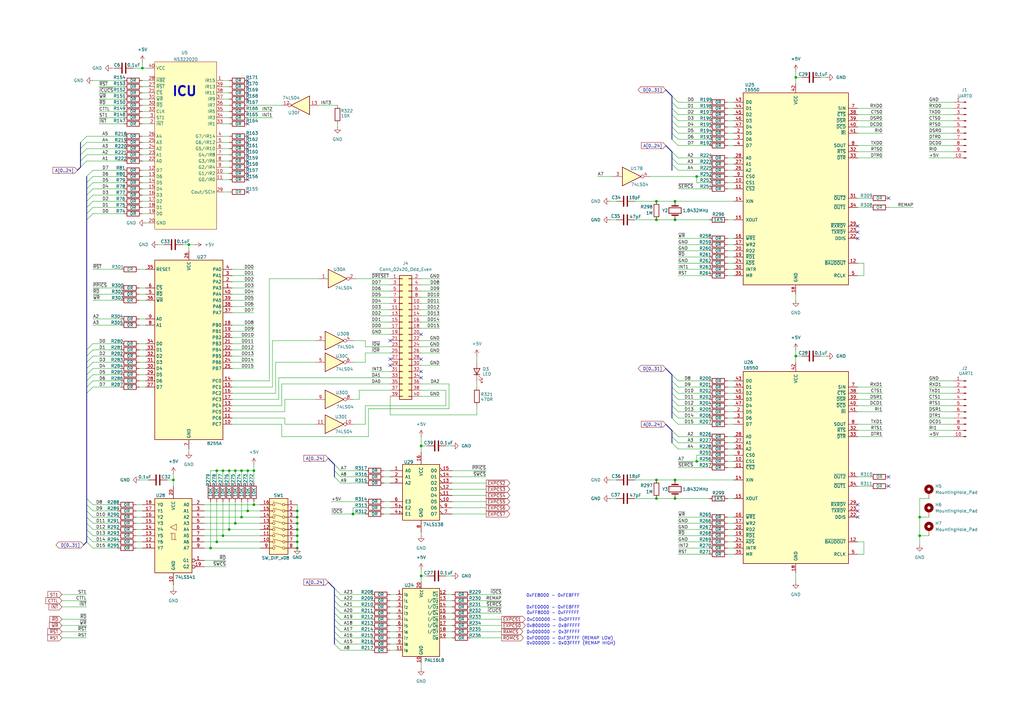
<source format=kicad_sch>
(kicad_sch (version 20250114) (generator "eeschema") (generator_version "9.0")
  (paper "A3")
  (title_block (title "NS32K Timewarp") (date "2025-10-30") (rev "1.1") (company "Dr Electro"))
  (text "0xFF8000 - 0xFFFFFF" (at 226.822 251.46 0) (effects (font (size 1.27 1.27))))
  (text "0x000000 - 0x3FFFFF" (at 215.9 259.334 0) (effects (font (size 1.27 1.27)) (justify left)))
  (text "0x800000 - 0xBFFFFF" (at 215.9 256.794 0) (effects (font (size 1.27 1.27)) (justify left)))
  (text "ICU" (at 75.692 37.592 0) (effects (font (size 3.81 3.81) (thickness 0.762) (bold yes))))
  (text "0xFE0000 - 0xFEBFFF" (at 226.822 249.174 0) (effects (font (size 1.27 1.27))))
  (text "0xF00000 - 0xF3FFFF (REMAP LOW)\n0x000000 - 0x03FFFF (REMAP HIGH)\n" (at 215.9 262.89 0) (effects (font (size 1.27 1.27)) (justify left)))
  (text "0xFE8000 - 0xFEBFFF" (at 226.822 244.348 0) (effects (font (size 1.27 1.27))))
  (text "0xC00000 - 0xDFFFFF" (at 227.076 254.254 0) (effects (font (size 1.27 1.27))))
  (junction (at 77.47 100.33))
  (junction (at 276.86 196.85))
  (junction (at 86.36 224.79))
  (junction (at 269.24 90.17))
  (junction (at 99.06 212.09))
  (junction (at 121.92 217.17))
  (junction (at 269.24 82.55))
  (junction (at 121.92 209.55))
  (junction (at 121.92 212.09))
  (junction (at 88.9 222.25))
  (junction (at 276.86 90.17))
  (junction (at 121.92 222.25))
  (junction (at 172.72 182.88))
  (junction (at 121.92 214.63))
  (junction (at 96.52 193.04))
  (junction (at 88.9 193.04))
  (junction (at 99.06 193.04))
  (junction (at 101.6 193.04))
  (junction (at 377.19 212.09))
  (junction (at 93.98 217.17))
  (junction (at 269.24 196.85))
  (junction (at 91.44 193.04))
  (junction (at 101.6 209.55))
  (junction (at 326.39 31.75))
  (junction (at 91.44 219.71))
  (junction (at 104.14 193.04))
  (junction (at 276.86 204.47))
  (junction (at 58.42 27.94))
  (junction (at 285.75 72.39))
  (junction (at 269.24 204.47))
  (junction (at 172.72 236.22))
  (junction (at 377.19 219.71))
  (junction (at 276.86 82.55))
  (junction (at 104.14 207.01))
  (junction (at 144.78 210.82))
  (junction (at 285.75 189.23))
  (junction (at 93.98 193.04))
  (junction (at 71.12 196.85))
  (junction (at 121.92 224.79))
  (junction (at 121.92 219.71))
  (junction (at 326.39 146.05))
  (junction (at 96.52 214.63))
  (no_connect (at 101.6 35.56))
  (no_connect (at 101.6 78.74))
  (no_connect (at 364.49 195.58))
  (no_connect (at 101.6 55.88))
  (no_connect (at 351.79 97.79))
  (no_connect (at 160.02 147.32))
  (no_connect (at 160.02 149.86))
  (no_connect (at 101.6 73.66))
  (no_connect (at 351.79 92.71))
  (no_connect (at 351.79 209.55))
  (no_connect (at 351.79 207.01))
  (no_connect (at 172.72 147.32))
  (no_connect (at 101.6 60.96))
  (no_connect (at 172.72 154.94))
  (no_connect (at 101.6 71.12))
  (no_connect (at 101.6 63.5))
  (no_connect (at 160.02 139.7))
  (no_connect (at 101.6 68.58))
  (no_connect (at 172.72 152.4))
  (no_connect (at 351.79 212.09))
  (no_connect (at 364.49 81.28))
  (no_connect (at 101.6 38.1))
  (no_connect (at 101.6 33.02))
  (no_connect (at 101.6 66.04))
  (no_connect (at 172.72 137.16))
  (no_connect (at 351.79 95.25))
  (no_connect (at 101.6 50.8))
  (no_connect (at 101.6 40.64))
  (no_connect (at 364.49 199.39))
  (no_connect (at 101.6 58.42))
  (bus_entry (at 38.1 222.25) (size -2.54 -2.54))
  (bus_entry (at 275.59 179.07) (size 2.54 2.54))
  (bus_entry (at 275.59 46.99) (size 2.54 2.54))
  (bus_entry (at 275.59 168.91) (size 2.54 2.54))
  (bus_entry (at 275.59 161.29) (size 2.54 2.54))
  (bus_entry (at 35.56 158.75) (size 2.54 -2.54))
  (bus_entry (at 275.59 171.45) (size 2.54 2.54))
  (bus_entry (at 35.56 80.01) (size 2.54 -2.54))
  (bus_entry (at 137.16 246.38) (size 2.54 2.54))
  (bus_entry (at 137.16 261.62) (size 2.54 2.54))
  (bus_entry (at 275.59 166.37) (size 2.54 2.54))
  (bus_entry (at 35.56 72.39) (size 2.54 -2.54))
  (bus_entry (at 35.56 146.05) (size 2.54 -2.54))
  (bus_entry (at 275.59 176.53) (size 2.54 2.54))
  (bus_entry (at 137.16 190.5) (size 2.54 2.54))
  (bus_entry (at 38.1 214.63) (size -2.54 -2.54))
  (bus_entry (at 137.16 264.16) (size 2.54 2.54))
  (bus_entry (at 275.59 54.61) (size 2.54 2.54))
  (bus_entry (at 137.16 256.54) (size 2.54 2.54))
  (bus_entry (at 275.59 41.91) (size 2.54 2.54))
  (bus_entry (at 275.59 163.83) (size 2.54 2.54))
  (bus_entry (at 38.1 212.09) (size -2.54 -2.54))
  (bus_entry (at 275.59 67.31) (size 2.54 2.54))
  (bus_entry (at 275.59 181.61) (size 2.54 2.54))
  (bus_entry (at 137.16 243.84) (size 2.54 2.54))
  (bus_entry (at 35.56 74.93) (size 2.54 -2.54))
  (bus_entry (at 35.56 90.17) (size 2.54 -2.54))
  (bus_entry (at 275.59 49.53) (size 2.54 2.54))
  (bus_entry (at 38.1 217.17) (size -2.54 -2.54))
  (bus_entry (at 35.56 87.63) (size 2.54 -2.54))
  (bus_entry (at 35.56 77.47) (size 2.54 -2.54))
  (bus_entry (at 275.59 62.23) (size 2.54 2.54))
  (bus_entry (at 275.59 44.45) (size 2.54 2.54))
  (bus_entry (at 35.56 82.55) (size 2.54 -2.54))
  (bus_entry (at 35.56 156.21) (size 2.54 -2.54))
  (bus_entry (at 137.16 193.04) (size 2.54 2.54))
  (bus_entry (at 33.02 58.42) (size 2.54 -2.54))
  (bus_entry (at 137.16 254) (size 2.54 2.54))
  (bus_entry (at 35.56 151.13) (size 2.54 -2.54))
  (bus_entry (at 137.16 248.92) (size 2.54 2.54))
  (bus_entry (at 275.59 64.77) (size 2.54 2.54))
  (bus_entry (at 35.56 85.09) (size 2.54 -2.54))
  (bus_entry (at 38.1 209.55) (size -2.54 -2.54))
  (bus_entry (at 35.56 153.67) (size 2.54 -2.54))
  (bus_entry (at 38.1 224.79) (size -2.54 -2.54))
  (bus_entry (at 275.59 153.67) (size 2.54 2.54))
  (bus_entry (at 275.59 158.75) (size 2.54 2.54))
  (bus_entry (at 275.59 57.15) (size 2.54 2.54))
  (bus_entry (at 38.1 207.01) (size -2.54 -2.54))
  (bus_entry (at 35.56 161.29) (size 2.54 -2.54))
  (bus_entry (at 137.16 259.08) (size 2.54 2.54))
  (bus_entry (at 35.56 148.59) (size 2.54 -2.54))
  (bus_entry (at 137.16 195.58) (size 2.54 2.54))
  (bus_entry (at 137.16 241.3) (size 2.54 2.54))
  (bus_entry (at 33.02 63.5) (size 2.54 -2.54))
  (bus_entry (at 33.02 60.96) (size 2.54 -2.54))
  (bus_entry (at 33.02 68.58) (size 2.54 -2.54))
  (bus_entry (at 275.59 156.21) (size 2.54 2.54))
  (bus_entry (at 35.56 143.51) (size 2.54 -2.54))
  (bus_entry (at 38.1 219.71) (size -2.54 -2.54))
  (bus_entry (at 33.02 66.04) (size 2.54 -2.54))
  (bus_entry (at 275.59 52.07) (size 2.54 2.54))
  (bus_entry (at 275.59 39.37) (size 2.54 2.54))
  (bus_entry (at 137.16 251.46) (size 2.54 2.54))
  (wire (pts (xy 38.1 153.67) (xy 49.53 153.67)))
  (wire (pts (xy 115.57 157.48) (xy 115.57 166.37)))
  (wire (pts (xy 160.02 170.18) (xy 195.58 170.18)))
  (bus (pts (xy 275.59 64.77) (xy 275.59 67.31)))
  (wire (pts (xy 381 168.91) (xy 391.16 168.91)))
  (wire (pts (xy 172.72 233.68) (xy 172.72 236.22)))
  (wire (pts (xy 88.9 193.04) (xy 91.44 193.04)))
  (wire (pts (xy 57.15 156.21) (xy 59.69 156.21)))
  (wire (pts (xy 182.88 182.88) (xy 185.42 182.88)))
  (wire (pts (xy 182.88 236.22) (xy 185.42 236.22)))
  (wire (pts (xy 185.42 193.04) (xy 199.39 193.04)))
  (wire (pts (xy 95.25 148.59) (xy 104.14 148.59)))
  (wire (pts (xy 110.49 114.3) (xy 110.49 156.21)))
  (wire (pts (xy 57.15 146.05) (xy 59.69 146.05)))
  (bus (pts (xy 34.29 223.52) (xy 35.56 222.25)))
  (wire (pts (xy 38.1 146.05) (xy 49.53 146.05)))
  (wire (pts (xy 377.19 204.47) (xy 381 204.47)))
  (wire (pts (xy 351.79 62.23) (xy 361.95 62.23)))
  (wire (pts (xy 96.52 205.74) (xy 96.52 214.63)))
  (wire (pts (xy 298.45 54.61) (xy 300.99 54.61)))
  (wire (pts (xy 278.13 189.23) (xy 285.75 189.23)))
  (wire (pts (xy 160.02 264.16) (xy 162.56 264.16)))
  (wire (pts (xy 278.13 46.99) (xy 290.83 46.99)))
  (wire (pts (xy 96.52 214.63) (xy 83.82 214.63)))
  (wire (pts (xy 38.1 158.75) (xy 49.53 158.75)))
  (wire (pts (xy 38.1 118.11) (xy 49.53 118.11)))
  (wire (pts (xy 298.45 204.47) (xy 300.99 204.47)))
  (wire (pts (xy 381 156.21) (xy 391.16 156.21)))
  (wire (pts (xy 144.78 208.28) (xy 144.78 210.82)))
  (wire (pts (xy 57.15 133.35) (xy 59.69 133.35)))
  (wire (pts (xy 160.02 248.92) (xy 162.56 248.92)))
  (wire (pts (xy 58.42 45.72) (xy 60.96 45.72)))
  (wire (pts (xy 205.74 256.54) (xy 193.04 256.54)))
  (wire (pts (xy 95.25 161.29) (xy 113.03 161.29)))
  (wire (pts (xy 351.79 173.99) (xy 361.95 173.99)))
  (wire (pts (xy 298.45 57.15) (xy 300.99 57.15)))
  (wire (pts (xy 205.74 261.62) (xy 193.04 261.62)))
  (wire (pts (xy 116.84 163.83) (xy 116.84 168.91)))
  (wire (pts (xy 95.25 115.57) (xy 104.14 115.57)))
  (wire (pts (xy 116.84 171.45) (xy 116.84 173.99)))
  (wire (pts (xy 91.44 78.74) (xy 93.98 78.74)))
  (wire (pts (xy 93.98 193.04) (xy 96.52 193.04)))
  (wire (pts (xy 250.19 90.17) (xy 252.73 90.17)))
  (wire (pts (xy 185.42 203.2) (xy 199.39 203.2)))
  (wire (pts (xy 95.25 158.75) (xy 111.76 158.75)))
  (wire (pts (xy 278.13 171.45) (xy 290.83 171.45)))
  (wire (pts (xy 58.42 55.88) (xy 60.96 55.88)))
  (bus (pts (xy 273.05 59.69) (xy 275.59 62.23)))
  (wire (pts (xy 381 41.91) (xy 391.16 41.91)))
  (wire (pts (xy 101.6 209.55) (xy 83.82 209.55)))
  (wire (pts (xy 55.88 224.79) (xy 58.42 224.79)))
  (bus (pts (xy 137.16 243.84) (xy 137.16 246.38)))
  (bus (pts (xy 35.56 212.09) (xy 35.56 214.63)))
  (wire (pts (xy 278.13 168.91) (xy 290.83 168.91)))
  (wire (pts (xy 38.1 209.55) (xy 48.26 209.55)))
  (wire (pts (xy 58.42 35.56) (xy 60.96 35.56)))
  (wire (pts (xy 38.1 33.02) (xy 50.8 33.02)))
  (wire (pts (xy 160.02 162.56) (xy 160.02 170.18)))
  (wire (pts (xy 104.14 190.5) (xy 104.14 193.04)))
  (wire (pts (xy 38.1 72.39) (xy 50.8 72.39)))
  (bus (pts (xy 275.59 54.61) (xy 275.59 52.07)))
  (wire (pts (xy 298.45 224.79) (xy 300.99 224.79)))
  (wire (pts (xy 278.13 222.25) (xy 290.83 222.25)))
  (wire (pts (xy 38.1 214.63) (xy 48.26 214.63)))
  (wire (pts (xy 121.92 212.09) (xy 121.92 214.63)))
  (wire (pts (xy 160.02 256.54) (xy 162.56 256.54)))
  (bus (pts (xy 275.59 168.91) (xy 275.59 171.45)))
  (wire (pts (xy 298.45 219.71) (xy 300.99 219.71)))
  (wire (pts (xy 172.72 119.38) (xy 180.34 119.38)))
  (bus (pts (xy 35.56 90.17) (xy 35.56 143.51)))
  (wire (pts (xy 38.1 148.59) (xy 49.53 148.59)))
  (wire (pts (xy 381 54.61) (xy 391.16 54.61)))
  (wire (pts (xy 40.64 38.1) (xy 50.8 38.1)))
  (wire (pts (xy 351.79 107.95) (xy 354.33 107.95)))
  (bus (pts (xy 33.02 60.96) (xy 33.02 63.5)))
  (wire (pts (xy 116.84 173.99) (xy 129.54 173.99)))
  (wire (pts (xy 152.4 121.92) (xy 160.02 121.92)))
  (bus (pts (xy 35.56 151.13) (xy 35.56 153.67)))
  (wire (pts (xy 276.86 82.55) (xy 300.99 82.55)))
  (wire (pts (xy 121.92 207.01) (xy 121.92 209.55)))
  (wire (pts (xy 298.45 189.23) (xy 300.99 189.23)))
  (wire (pts (xy 351.79 113.03) (xy 354.33 113.03)))
  (wire (pts (xy 74.93 100.33) (xy 77.47 100.33)))
  (wire (pts (xy 38.1 224.79) (xy 48.26 224.79)))
  (wire (pts (xy 185.42 243.84) (xy 182.88 243.84)))
  (wire (pts (xy 278.13 100.33) (xy 290.83 100.33)))
  (wire (pts (xy 278.13 156.21) (xy 290.83 156.21)))
  (wire (pts (xy 157.48 198.12) (xy 160.02 198.12)))
  (wire (pts (xy 298.45 222.25) (xy 300.99 222.25)))
  (wire (pts (xy 172.72 236.22) (xy 175.26 236.22)))
  (wire (pts (xy 139.7 246.38) (xy 152.4 246.38)))
  (wire (pts (xy 58.42 50.8) (xy 60.96 50.8)))
  (wire (pts (xy 57.15 151.13) (xy 59.69 151.13)))
  (wire (pts (xy 106.68 219.71) (xy 91.44 219.71)))
  (wire (pts (xy 278.13 113.03) (xy 290.83 113.03)))
  (wire (pts (xy 193.04 251.46) (xy 205.74 251.46)))
  (wire (pts (xy 185.42 208.28) (xy 199.39 208.28)))
  (wire (pts (xy 45.72 27.94) (xy 46.99 27.94)))
  (wire (pts (xy 58.42 87.63) (xy 60.96 87.63)))
  (wire (pts (xy 285.75 186.69) (xy 285.75 189.23)))
  (wire (pts (xy 276.86 90.17) (xy 290.83 90.17)))
  (wire (pts (xy 354.33 107.95) (xy 354.33 113.03)))
  (wire (pts (xy 71.12 196.85) (xy 71.12 199.39)))
  (bus (pts (xy 273.05 151.13) (xy 275.59 153.67)))
  (wire (pts (xy 298.45 44.45) (xy 300.99 44.45)))
  (wire (pts (xy 91.44 43.18) (xy 93.98 43.18)))
  (wire (pts (xy 91.44 45.72) (xy 93.98 45.72)))
  (wire (pts (xy 57.15 148.59) (xy 59.69 148.59)))
  (wire (pts (xy 185.42 198.12) (xy 199.39 198.12)))
  (wire (pts (xy 115.57 157.48) (xy 160.02 157.48)))
  (wire (pts (xy 172.72 127) (xy 180.34 127)))
  (wire (pts (xy 68.58 196.85) (xy 71.12 196.85)))
  (wire (pts (xy 58.42 82.55) (xy 60.96 82.55)))
  (wire (pts (xy 38.1 120.65) (xy 49.53 120.65)))
  (wire (pts (xy 88.9 205.74) (xy 88.9 222.25)))
  (wire (pts (xy 278.13 102.87) (xy 290.83 102.87)))
  (wire (pts (xy 278.13 57.15) (xy 290.83 57.15)))
  (wire (pts (xy 121.92 214.63) (xy 121.92 217.17)))
  (wire (pts (xy 106.68 209.55) (xy 101.6 209.55)))
  (wire (pts (xy 38.1 219.71) (xy 48.26 219.71)))
  (bus (pts (xy 137.16 248.92) (xy 137.16 251.46)))
  (wire (pts (xy 298.45 156.21) (xy 300.99 156.21)))
  (bus (pts (xy 35.56 204.47) (xy 35.56 207.01)))
  (wire (pts (xy 160.02 254) (xy 162.56 254)))
  (wire (pts (xy 185.42 261.62) (xy 182.88 261.62)))
  (wire (pts (xy 276.86 204.47) (xy 290.83 204.47)))
  (bus (pts (xy 275.59 57.15) (xy 275.59 54.61)))
  (wire (pts (xy 381 166.37) (xy 391.16 166.37)))
  (wire (pts (xy 58.42 77.47) (xy 60.96 77.47)))
  (wire (pts (xy 351.79 166.37) (xy 361.95 166.37)))
  (bus (pts (xy 35.56 74.93) (xy 35.56 77.47)))
  (wire (pts (xy 144.78 210.82) (xy 149.86 210.82)))
  (wire (pts (xy 58.42 72.39) (xy 60.96 72.39)))
  (wire (pts (xy 58.42 27.94) (xy 60.96 27.94)))
  (wire (pts (xy 144.78 139.7) (xy 149.86 139.7)))
  (wire (pts (xy 91.44 40.64) (xy 93.98 40.64)))
  (wire (pts (xy 298.45 90.17) (xy 300.99 90.17)))
  (wire (pts (xy 351.79 54.61) (xy 361.95 54.61)))
  (wire (pts (xy 160.02 243.84) (xy 162.56 243.84)))
  (bus (pts (xy 275.59 44.45) (xy 275.59 41.91)))
  (bus (pts (xy 275.59 67.31) (xy 275.59 69.85)))
  (wire (pts (xy 95.25 133.35) (xy 104.14 133.35)))
  (wire (pts (xy 298.45 69.85) (xy 300.99 69.85)))
  (wire (pts (xy 149.86 166.37) (xy 149.86 173.99)))
  (wire (pts (xy 298.45 212.09) (xy 300.99 212.09)))
  (wire (pts (xy 298.45 168.91) (xy 300.99 168.91)))
  (wire (pts (xy 326.39 146.05) (xy 328.93 146.05)))
  (wire (pts (xy 336.55 146.05) (xy 339.09 146.05)))
  (bus (pts (xy 35.56 209.55) (xy 35.56 212.09)))
  (wire (pts (xy 38.1 133.35) (xy 49.53 133.35)))
  (wire (pts (xy 185.42 210.82) (xy 199.39 210.82)))
  (wire (pts (xy 86.36 193.04) (xy 88.9 193.04)))
  (wire (pts (xy 172.72 162.56) (xy 180.34 162.56)))
  (wire (pts (xy 381 158.75) (xy 391.16 158.75)))
  (wire (pts (xy 149.86 166.37) (xy 182.88 166.37)))
  (wire (pts (xy 95.25 123.19) (xy 104.14 123.19)))
  (wire (pts (xy 152.4 152.4) (xy 160.02 152.4)))
  (wire (pts (xy 106.68 217.17) (xy 93.98 217.17)))
  (wire (pts (xy 377.19 212.09) (xy 377.19 219.71)))
  (bus (pts (xy 35.56 72.39) (xy 35.56 74.93)))
  (wire (pts (xy 106.68 214.63) (xy 96.52 214.63)))
  (wire (pts (xy 95.25 118.11) (xy 104.14 118.11)))
  (wire (pts (xy 25.4 254) (xy 35.56 254)))
  (wire (pts (xy 58.42 43.18) (xy 60.96 43.18)))
  (wire (pts (xy 139.7 243.84) (xy 152.4 243.84)))
  (bus (pts (xy 275.59 62.23) (xy 275.59 64.77)))
  (wire (pts (xy 260.35 196.85) (xy 269.24 196.85)))
  (wire (pts (xy 298.45 173.99) (xy 300.99 173.99)))
  (bus (pts (xy 134.62 238.76) (xy 137.16 241.3)))
  (wire (pts (xy 54.61 27.94) (xy 58.42 27.94)))
  (wire (pts (xy 172.72 160.02) (xy 182.88 160.02)))
  (wire (pts (xy 269.24 204.47) (xy 276.86 204.47)))
  (wire (pts (xy 377.19 204.47) (xy 377.19 212.09)))
  (wire (pts (xy 298.45 191.77) (xy 300.99 191.77)))
  (wire (pts (xy 139.7 251.46) (xy 152.4 251.46)))
  (wire (pts (xy 147.32 160.02) (xy 160.02 160.02)))
  (wire (pts (xy 381 176.53) (xy 391.16 176.53)))
  (wire (pts (xy 35.56 58.42) (xy 50.8 58.42)))
  (wire (pts (xy 106.68 212.09) (xy 99.06 212.09)))
  (wire (pts (xy 88.9 222.25) (xy 83.82 222.25)))
  (wire (pts (xy 285.75 72.39) (xy 290.83 72.39)))
  (wire (pts (xy 195.58 156.21) (xy 195.58 158.75)))
  (wire (pts (xy 101.6 48.26) (xy 111.76 48.26)))
  (wire (pts (xy 152.4 132.08) (xy 160.02 132.08)))
  (wire (pts (xy 351.79 158.75) (xy 361.95 158.75)))
  (wire (pts (xy 38.1 110.49) (xy 49.53 110.49)))
  (wire (pts (xy 149.86 139.7) (xy 149.86 142.24)))
  (wire (pts (xy 138.43 50.8) (xy 138.43 52.07)))
  (bus (pts (xy 275.59 179.07) (xy 275.59 181.61)))
  (wire (pts (xy 91.44 63.5) (xy 93.98 63.5)))
  (wire (pts (xy 135.89 210.82) (xy 144.78 210.82)))
  (wire (pts (xy 113.03 148.59) (xy 113.03 161.29)))
  (bus (pts (xy 35.56 219.71) (xy 35.56 222.25)))
  (wire (pts (xy 172.72 182.88) (xy 172.72 185.42)))
  (wire (pts (xy 278.13 107.95) (xy 290.83 107.95)))
  (wire (pts (xy 278.13 161.29) (xy 290.83 161.29)))
  (wire (pts (xy 278.13 77.47) (xy 290.83 77.47)))
  (wire (pts (xy 121.92 217.17) (xy 121.92 219.71)))
  (bus (pts (xy 275.59 156.21) (xy 275.59 158.75)))
  (wire (pts (xy 278.13 158.75) (xy 290.83 158.75)))
  (wire (pts (xy 57.15 158.75) (xy 59.69 158.75)))
  (bus (pts (xy 35.56 156.21) (xy 35.56 158.75)))
  (wire (pts (xy 205.74 254) (xy 193.04 254)))
  (bus (pts (xy 275.59 153.67) (xy 275.59 156.21)))
  (wire (pts (xy 285.75 189.23) (xy 290.83 189.23)))
  (wire (pts (xy 93.98 205.74) (xy 93.98 217.17)))
  (wire (pts (xy 260.35 90.17) (xy 269.24 90.17)))
  (wire (pts (xy 172.72 124.46) (xy 180.34 124.46)))
  (wire (pts (xy 185.42 248.92) (xy 182.88 248.92)))
  (wire (pts (xy 172.72 157.48) (xy 184.15 157.48)))
  (wire (pts (xy 185.42 200.66) (xy 199.39 200.66)))
  (wire (pts (xy 172.72 116.84) (xy 180.34 116.84)))
  (wire (pts (xy 172.72 182.88) (xy 175.26 182.88)))
  (wire (pts (xy 59.69 91.44) (xy 60.96 91.44)))
  (wire (pts (xy 381 161.29) (xy 391.16 161.29)))
  (wire (pts (xy 121.92 219.71) (xy 121.92 222.25)))
  (wire (pts (xy 269.24 196.85) (xy 276.86 196.85)))
  (wire (pts (xy 172.72 218.44) (xy 172.72 219.71)))
  (wire (pts (xy 25.4 248.92) (xy 35.56 248.92)))
  (wire (pts (xy 298.45 52.07) (xy 300.99 52.07)))
  (wire (pts (xy 91.44 73.66) (xy 93.98 73.66)))
  (wire (pts (xy 35.56 55.88) (xy 50.8 55.88)))
  (wire (pts (xy 172.72 271.78) (xy 172.72 274.32)))
  (wire (pts (xy 58.42 66.04) (xy 60.96 66.04)))
  (wire (pts (xy 298.45 110.49) (xy 300.99 110.49)))
  (wire (pts (xy 91.44 35.56) (xy 93.98 35.56)))
  (wire (pts (xy 25.4 261.62) (xy 35.56 261.62)))
  (wire (pts (xy 298.45 100.33) (xy 300.99 100.33)))
  (bus (pts (xy 275.59 41.91) (xy 275.59 39.37)))
  (bus (pts (xy 275.59 158.75) (xy 275.59 161.29)))
  (wire (pts (xy 381 46.99) (xy 391.16 46.99)))
  (wire (pts (xy 298.45 102.87) (xy 300.99 102.87)))
  (wire (pts (xy 111.76 139.7) (xy 111.76 158.75)))
  (wire (pts (xy 172.72 142.24) (xy 180.34 142.24)))
  (bus (pts (xy 137.16 193.04) (xy 137.16 190.5)))
  (wire (pts (xy 182.88 160.02) (xy 182.88 166.37)))
  (wire (pts (xy 172.72 144.78) (xy 180.34 144.78)))
  (wire (pts (xy 95.25 110.49) (xy 104.14 110.49)))
  (wire (pts (xy 57.15 140.97) (xy 59.69 140.97)))
  (wire (pts (xy 157.48 210.82) (xy 160.02 210.82)))
  (wire (pts (xy 101.6 205.74) (xy 101.6 209.55)))
  (wire (pts (xy 298.45 171.45) (xy 300.99 171.45)))
  (bus (pts (xy 275.59 49.53) (xy 275.59 46.99)))
  (wire (pts (xy 101.6 45.72) (xy 111.76 45.72)))
  (wire (pts (xy 121.92 209.55) (xy 121.92 212.09)))
  (wire (pts (xy 336.55 31.75) (xy 339.09 31.75)))
  (wire (pts (xy 278.13 224.79) (xy 290.83 224.79)))
  (wire (pts (xy 91.44 60.96) (xy 93.98 60.96)))
  (wire (pts (xy 152.4 129.54) (xy 160.02 129.54)))
  (wire (pts (xy 278.13 212.09) (xy 290.83 212.09)))
  (wire (pts (xy 278.13 166.37) (xy 290.83 166.37)))
  (bus (pts (xy 137.16 251.46) (xy 137.16 254)))
  (wire (pts (xy 160.02 251.46) (xy 162.56 251.46)))
  (wire (pts (xy 55.88 212.09) (xy 58.42 212.09)))
  (wire (pts (xy 104.14 207.01) (xy 83.82 207.01)))
  (wire (pts (xy 278.13 173.99) (xy 290.83 173.99)))
  (bus (pts (xy 275.59 166.37) (xy 275.59 168.91)))
  (wire (pts (xy 149.86 144.78) (xy 160.02 144.78)))
  (wire (pts (xy 298.45 184.15) (xy 300.99 184.15)))
  (bus (pts (xy 35.56 85.09) (xy 35.56 87.63)))
  (wire (pts (xy 38.1 151.13) (xy 49.53 151.13)))
  (wire (pts (xy 57.15 196.85) (xy 60.96 196.85)))
  (wire (pts (xy 38.1 80.01) (xy 50.8 80.01)))
  (bus (pts (xy 35.56 87.63) (xy 35.56 90.17)))
  (wire (pts (xy 245.11 72.39) (xy 251.46 72.39)))
  (wire (pts (xy 95.25 173.99) (xy 115.57 173.99)))
  (wire (pts (xy 260.35 82.55) (xy 269.24 82.55)))
  (wire (pts (xy 58.42 48.26) (xy 60.96 48.26)))
  (wire (pts (xy 91.44 33.02) (xy 93.98 33.02)))
  (wire (pts (xy 38.1 140.97) (xy 49.53 140.97)))
  (wire (pts (xy 157.48 208.28) (xy 160.02 208.28)))
  (bus (pts (xy 275.59 46.99) (xy 275.59 44.45)))
  (wire (pts (xy 351.79 49.53) (xy 361.95 49.53)))
  (wire (pts (xy 111.76 139.7) (xy 129.54 139.7)))
  (wire (pts (xy 195.58 166.37) (xy 195.58 170.18)))
  (wire (pts (xy 298.45 163.83) (xy 300.99 163.83)))
  (wire (pts (xy 278.13 41.91) (xy 290.83 41.91)))
  (bus (pts (xy 137.16 254) (xy 137.16 256.54)))
  (wire (pts (xy 95.25 166.37) (xy 115.57 166.37)))
  (wire (pts (xy 278.13 44.45) (xy 290.83 44.45)))
  (wire (pts (xy 55.88 214.63) (xy 58.42 214.63)))
  (wire (pts (xy 95.25 113.03) (xy 104.14 113.03)))
  (wire (pts (xy 298.45 181.61) (xy 300.99 181.61)))
  (wire (pts (xy 106.68 207.01) (xy 104.14 207.01)))
  (bus (pts (xy 35.56 146.05) (xy 35.56 148.59)))
  (wire (pts (xy 58.42 58.42) (xy 60.96 58.42)))
  (wire (pts (xy 91.44 71.12) (xy 93.98 71.12)))
  (wire (pts (xy 278.13 54.61) (xy 290.83 54.61)))
  (wire (pts (xy 285.75 186.69) (xy 290.83 186.69)))
  (wire (pts (xy 139.7 198.12) (xy 149.86 198.12)))
  (wire (pts (xy 326.39 31.75) (xy 326.39 34.29)))
  (bus (pts (xy 35.56 161.29) (xy 35.56 204.47)))
  (wire (pts (xy 152.4 137.16) (xy 160.02 137.16)))
  (bus (pts (xy 275.59 163.83) (xy 275.59 166.37)))
  (wire (pts (xy 172.72 139.7) (xy 180.34 139.7)))
  (wire (pts (xy 381 179.07) (xy 391.16 179.07)))
  (wire (pts (xy 377.19 219.71) (xy 377.19 223.52)))
  (wire (pts (xy 381 171.45) (xy 391.16 171.45)))
  (wire (pts (xy 115.57 179.07) (xy 151.13 179.07)))
  (wire (pts (xy 269.24 90.17) (xy 276.86 90.17)))
  (wire (pts (xy 298.45 179.07) (xy 300.99 179.07)))
  (bus (pts (xy 33.02 58.42) (xy 33.02 60.96)))
  (wire (pts (xy 64.77 100.33) (xy 67.31 100.33)))
  (wire (pts (xy 298.45 64.77) (xy 300.99 64.77)))
  (wire (pts (xy 298.45 67.31) (xy 300.99 67.31)))
  (wire (pts (xy 381 173.99) (xy 391.16 173.99)))
  (wire (pts (xy 91.44 55.88) (xy 93.98 55.88)))
  (wire (pts (xy 58.42 74.93) (xy 60.96 74.93)))
  (wire (pts (xy 298.45 59.69) (xy 300.99 59.69)))
  (wire (pts (xy 193.04 243.84) (xy 205.74 243.84)))
  (bus (pts (xy 35.56 153.67) (xy 35.56 156.21)))
  (wire (pts (xy 185.42 195.58) (xy 199.39 195.58)))
  (wire (pts (xy 157.48 193.04) (xy 160.02 193.04)))
  (wire (pts (xy 298.45 77.47) (xy 300.99 77.47)))
  (wire (pts (xy 298.45 166.37) (xy 300.99 166.37)))
  (wire (pts (xy 25.4 259.08) (xy 35.56 259.08)))
  (wire (pts (xy 57.15 120.65) (xy 59.69 120.65)))
  (wire (pts (xy 58.42 33.02) (xy 60.96 33.02)))
  (wire (pts (xy 38.1 212.09) (xy 48.26 212.09)))
  (wire (pts (xy 135.89 205.74) (xy 149.86 205.74)))
  (wire (pts (xy 351.79 81.28) (xy 356.87 81.28)))
  (wire (pts (xy 91.44 58.42) (xy 93.98 58.42)))
  (wire (pts (xy 351.79 222.25) (xy 354.33 222.25)))
  (wire (pts (xy 144.78 173.99) (xy 149.86 173.99)))
  (bus (pts (xy 275.59 161.29) (xy 275.59 163.83)))
  (wire (pts (xy 40.64 40.64) (xy 50.8 40.64)))
  (wire (pts (xy 172.72 134.62) (xy 180.34 134.62)))
  (wire (pts (xy 58.42 69.85) (xy 60.96 69.85)))
  (wire (pts (xy 269.24 82.55) (xy 276.86 82.55)))
  (wire (pts (xy 38.1 87.63) (xy 50.8 87.63)))
  (wire (pts (xy 86.36 205.74) (xy 86.36 224.79)))
  (wire (pts (xy 139.7 264.16) (xy 152.4 264.16)))
  (wire (pts (xy 195.58 146.05) (xy 195.58 148.59)))
  (wire (pts (xy 193.04 246.38) (xy 205.74 246.38)))
  (wire (pts (xy 172.72 114.3) (xy 180.34 114.3)))
  (wire (pts (xy 95.25 128.27) (xy 104.14 128.27)))
  (bus (pts (xy 35.56 82.55) (xy 35.56 85.09)))
  (wire (pts (xy 172.72 121.92) (xy 180.34 121.92)))
  (wire (pts (xy 25.4 256.54) (xy 35.56 256.54)))
  (bus (pts (xy 35.56 80.01) (xy 35.56 82.55)))
  (wire (pts (xy 77.47 100.33) (xy 77.47 102.87)))
  (wire (pts (xy 58.42 63.5) (xy 60.96 63.5)))
  (wire (pts (xy 91.44 193.04) (xy 93.98 193.04)))
  (bus (pts (xy 134.62 187.96) (xy 137.16 190.5)))
  (wire (pts (xy 185.42 251.46) (xy 182.88 251.46)))
  (wire (pts (xy 58.42 40.64) (xy 60.96 40.64)))
  (wire (pts (xy 38.1 222.25) (xy 48.26 222.25)))
  (wire (pts (xy 114.3 154.94) (xy 114.3 163.83)))
  (bus (pts (xy 35.56 217.17) (xy 35.56 219.71)))
  (wire (pts (xy 77.47 184.15) (xy 77.47 185.42)))
  (wire (pts (xy 38.1 130.81) (xy 49.53 130.81)))
  (wire (pts (xy 57.15 130.81) (xy 59.69 130.81)))
  (wire (pts (xy 351.79 59.69) (xy 361.95 59.69)))
  (wire (pts (xy 185.42 246.38) (xy 182.88 246.38)))
  (bus (pts (xy 35.56 148.59) (xy 35.56 151.13)))
  (bus (pts (xy 137.16 195.58) (xy 137.16 193.04)))
  (wire (pts (xy 157.48 195.58) (xy 160.02 195.58)))
  (bus (pts (xy 137.16 259.08) (xy 137.16 261.62)))
  (bus (pts (xy 35.56 77.47) (xy 35.56 80.01)))
  (wire (pts (xy 55.88 217.17) (xy 58.42 217.17)))
  (wire (pts (xy 144.78 208.28) (xy 149.86 208.28)))
  (wire (pts (xy 172.72 149.86) (xy 180.34 149.86)))
  (wire (pts (xy 95.25 125.73) (xy 104.14 125.73)))
  (wire (pts (xy 152.4 127) (xy 160.02 127)))
  (wire (pts (xy 139.7 195.58) (xy 149.86 195.58)))
  (wire (pts (xy 381 52.07) (xy 391.16 52.07)))
  (wire (pts (xy 250.19 82.55) (xy 252.73 82.55)))
  (wire (pts (xy 172.72 236.22) (xy 172.72 238.76)))
  (wire (pts (xy 40.64 35.56) (xy 50.8 35.56)))
  (wire (pts (xy 377.19 212.09) (xy 381 212.09)))
  (wire (pts (xy 152.4 119.38) (xy 160.02 119.38)))
  (bus (pts (xy 137.16 246.38) (xy 137.16 248.92)))
  (wire (pts (xy 351.79 161.29) (xy 361.95 161.29)))
  (wire (pts (xy 91.44 50.8) (xy 93.98 50.8)))
  (wire (pts (xy 381 59.69) (xy 391.16 59.69)))
  (wire (pts (xy 147.32 160.02) (xy 147.32 163.83)))
  (wire (pts (xy 185.42 256.54) (xy 182.88 256.54)))
  (wire (pts (xy 106.68 224.79) (xy 86.36 224.79)))
  (wire (pts (xy 278.13 64.77) (xy 290.83 64.77)))
  (wire (pts (xy 351.79 64.77) (xy 361.95 64.77)))
  (wire (pts (xy 351.79 199.39) (xy 356.87 199.39)))
  (wire (pts (xy 95.25 156.21) (xy 110.49 156.21)))
  (wire (pts (xy 160.02 259.08) (xy 162.56 259.08)))
  (wire (pts (xy 99.06 205.74) (xy 99.06 212.09)))
  (wire (pts (xy 35.56 60.96) (xy 50.8 60.96)))
  (wire (pts (xy 152.4 116.84) (xy 160.02 116.84)))
  (wire (pts (xy 101.6 43.18) (xy 115.57 43.18)))
  (wire (pts (xy 77.47 100.33) (xy 80.01 100.33)))
  (bus (pts (xy 33.02 68.58) (xy 31.75 69.85)))
  (wire (pts (xy 381 62.23) (xy 391.16 62.23)))
  (wire (pts (xy 101.6 193.04) (xy 104.14 193.04)))
  (wire (pts (xy 95.25 171.45) (xy 116.84 171.45)))
  (wire (pts (xy 57.15 118.11) (xy 59.69 118.11)))
  (wire (pts (xy 278.13 52.07) (xy 290.83 52.07)))
  (wire (pts (xy 101.6 193.04) (xy 101.6 198.12)))
  (wire (pts (xy 278.13 191.77) (xy 290.83 191.77)))
  (wire (pts (xy 250.19 196.85) (xy 252.73 196.85)))
  (wire (pts (xy 351.79 52.07) (xy 361.95 52.07)))
  (wire (pts (xy 160.02 246.38) (xy 162.56 246.38)))
  (wire (pts (xy 354.33 222.25) (xy 354.33 227.33)))
  (wire (pts (xy 146.05 114.3) (xy 160.02 114.3)))
  (wire (pts (xy 58.42 25.4) (xy 58.42 27.94)))
  (bus (pts (xy 35.56 143.51) (xy 35.56 146.05)))
  (wire (pts (xy 298.45 158.75) (xy 300.99 158.75)))
  (wire (pts (xy 278.13 227.33) (xy 290.83 227.33)))
  (wire (pts (xy 185.42 259.08) (xy 182.88 259.08)))
  (wire (pts (xy 91.44 219.71) (xy 83.82 219.71)))
  (wire (pts (xy 38.1 123.19) (xy 49.53 123.19)))
  (wire (pts (xy 351.79 163.83) (xy 361.95 163.83)))
  (wire (pts (xy 57.15 143.51) (xy 59.69 143.51)))
  (wire (pts (xy 38.1 82.55) (xy 50.8 82.55)))
  (wire (pts (xy 351.79 195.58) (xy 356.87 195.58)))
  (wire (pts (xy 38.1 69.85) (xy 50.8 69.85)))
  (wire (pts (xy 95.25 143.51) (xy 104.14 143.51)))
  (wire (pts (xy 298.45 46.99) (xy 300.99 46.99)))
  (wire (pts (xy 113.03 148.59) (xy 129.54 148.59)))
  (wire (pts (xy 326.39 143.51) (xy 326.39 146.05)))
  (wire (pts (xy 71.12 240.03) (xy 71.12 241.3)))
  (wire (pts (xy 139.7 193.04) (xy 149.86 193.04)))
  (wire (pts (xy 351.79 179.07) (xy 361.95 179.07)))
  (wire (pts (xy 326.39 234.95) (xy 326.39 238.76)))
  (wire (pts (xy 93.98 193.04) (xy 93.98 198.12)))
  (wire (pts (xy 95.25 138.43) (xy 104.14 138.43)))
  (wire (pts (xy 139.7 256.54) (xy 152.4 256.54)))
  (wire (pts (xy 40.64 48.26) (xy 50.8 48.26)))
  (wire (pts (xy 381 64.77) (xy 391.16 64.77)))
  (wire (pts (xy 278.13 59.69) (xy 290.83 59.69)))
  (wire (pts (xy 38.1 207.01) (xy 48.26 207.01)))
  (wire (pts (xy 91.44 38.1) (xy 93.98 38.1)))
  (wire (pts (xy 115.57 173.99) (xy 115.57 179.07)))
  (wire (pts (xy 351.79 46.99) (xy 361.95 46.99)))
  (wire (pts (xy 298.45 186.69) (xy 300.99 186.69)))
  (wire (pts (xy 121.92 222.25) (xy 121.92 224.79)))
  (wire (pts (xy 172.72 129.54) (xy 180.34 129.54)))
  (wire (pts (xy 25.4 246.38) (xy 35.56 246.38)))
  (wire (pts (xy 95.25 140.97) (xy 104.14 140.97)))
  (wire (pts (xy 278.13 67.31) (xy 290.83 67.31)))
  (wire (pts (xy 38.1 217.17) (xy 48.26 217.17)))
  (wire (pts (xy 278.13 184.15) (xy 290.83 184.15)))
  (wire (pts (xy 25.4 243.84) (xy 35.56 243.84)))
  (wire (pts (xy 57.15 123.19) (xy 59.69 123.19)))
  (wire (pts (xy 99.06 212.09) (xy 83.82 212.09)))
  (wire (pts (xy 160.02 261.62) (xy 162.56 261.62)))
  (wire (pts (xy 110.49 114.3) (xy 130.81 114.3)))
  (wire (pts (xy 95.25 151.13) (xy 104.14 151.13)))
  (wire (pts (xy 139.7 254) (xy 152.4 254)))
  (wire (pts (xy 298.45 72.39) (xy 300.99 72.39)))
  (wire (pts (xy 172.72 179.07) (xy 172.72 182.88)))
  (bus (pts (xy 35.56 214.63) (xy 35.56 217.17)))
  (wire (pts (xy 96.52 193.04) (xy 96.52 198.12)))
  (wire (pts (xy 83.82 232.41) (xy 92.71 232.41)))
  (wire (pts (xy 298.45 107.95) (xy 300.99 107.95)))
  (wire (pts (xy 114.3 154.94) (xy 160.02 154.94)))
  (wire (pts (xy 298.45 105.41) (xy 300.99 105.41)))
  (wire (pts (xy 99.06 193.04) (xy 99.06 198.12)))
  (bus (pts (xy 35.56 207.01) (xy 35.56 209.55)))
  (wire (pts (xy 278.13 214.63) (xy 290.83 214.63)))
  (wire (pts (xy 38.1 85.09) (xy 50.8 85.09)))
  (wire (pts (xy 351.79 227.33) (xy 354.33 227.33)))
  (wire (pts (xy 116.84 163.83) (xy 129.54 163.83)))
  (wire (pts (xy 326.39 29.21) (xy 326.39 31.75)))
  (wire (pts (xy 185.42 254) (xy 182.88 254)))
  (wire (pts (xy 38.1 74.93) (xy 50.8 74.93)))
  (wire (pts (xy 58.42 80.01) (xy 60.96 80.01)))
  (wire (pts (xy 83.82 229.87) (xy 92.71 229.87)))
  (wire (pts (xy 172.72 132.08) (xy 180.34 132.08)))
  (wire (pts (xy 351.79 85.09) (xy 356.87 85.09)))
  (wire (pts (xy 35.56 66.04) (xy 50.8 66.04)))
  (wire (pts (xy 91.44 66.04) (xy 93.98 66.04)))
  (wire (pts (xy 91.44 205.74) (xy 91.44 219.71)))
  (wire (pts (xy 104.14 193.04) (xy 104.14 198.12)))
  (wire (pts (xy 91.44 68.58) (xy 93.98 68.58)))
  (wire (pts (xy 326.39 146.05) (xy 326.39 148.59)))
  (wire (pts (xy 139.7 261.62) (xy 152.4 261.62)))
  (wire (pts (xy 381 49.53) (xy 391.16 49.53)))
  (wire (pts (xy 193.04 248.92) (xy 205.74 248.92)))
  (wire (pts (xy 381 44.45) (xy 391.16 44.45)))
  (wire (pts (xy 38.1 156.21) (xy 49.53 156.21)))
  (wire (pts (xy 58.42 85.09) (xy 60.96 85.09)))
  (wire (pts (xy 106.68 222.25) (xy 88.9 222.25)))
  (wire (pts (xy 38.1 77.47) (xy 50.8 77.47)))
  (wire (pts (xy 95.25 146.05) (xy 104.14 146.05)))
  (wire (pts (xy 95.25 163.83) (xy 114.3 163.83)))
  (wire (pts (xy 95.25 135.89) (xy 104.14 135.89)))
  (wire (pts (xy 139.7 266.7) (xy 152.4 266.7)))
  (bus (pts (xy 273.05 173.99) (xy 275.59 176.53)))
  (wire (pts (xy 160.02 266.7) (xy 162.56 266.7)))
  (wire (pts (xy 298.45 74.93) (xy 300.99 74.93)))
  (bus (pts (xy 35.56 158.75) (xy 35.56 161.29)))
  (bus (pts (xy 137.16 241.3) (xy 137.16 243.84)))
  (wire (pts (xy 298.45 161.29) (xy 300.99 161.29)))
  (wire (pts (xy 298.45 227.33) (xy 300.99 227.33)))
  (wire (pts (xy 57.15 110.49) (xy 59.69 110.49)))
  (wire (pts (xy 152.4 134.62) (xy 160.02 134.62)))
  (wire (pts (xy 55.88 207.01) (xy 58.42 207.01)))
  (wire (pts (xy 151.13 167.64) (xy 151.13 179.07)))
  (bus (pts (xy 33.02 63.5) (xy 33.02 66.04)))
  (wire (pts (xy 96.52 193.04) (xy 99.06 193.04)))
  (wire (pts (xy 381 57.15) (xy 391.16 57.15)))
  (wire (pts (xy 285.75 72.39) (xy 285.75 74.93)))
  (wire (pts (xy 298.45 49.53) (xy 300.99 49.53)))
  (wire (pts (xy 130.81 43.18) (xy 138.43 43.18)))
  (wire (pts (xy 91.44 48.26) (xy 93.98 48.26)))
  (wire (pts (xy 285.75 74.93) (xy 290.83 74.93)))
  (wire (pts (xy 298.45 217.17) (xy 300.99 217.17)))
  (wire (pts (xy 278.13 179.07) (xy 290.83 179.07)))
  (wire (pts (xy 144.78 148.59) (xy 149.86 148.59)))
  (wire (pts (xy 351.79 168.91) (xy 361.95 168.91)))
  (wire (pts (xy 278.13 97.79) (xy 290.83 97.79)))
  (wire (pts (xy 298.45 113.03) (xy 300.99 113.03)))
  (wire (pts (xy 326.39 120.65) (xy 326.39 123.19)))
  (wire (pts (xy 40.64 43.18) (xy 50.8 43.18)))
  (wire (pts (xy 55.88 209.55) (xy 58.42 209.55)))
  (wire (pts (xy 40.64 50.8) (xy 50.8 50.8)))
  (wire (pts (xy 260.35 204.47) (xy 269.24 204.47)))
  (wire (pts (xy 71.12 194.31) (xy 71.12 196.85)))
  (bus (pts (xy 275.59 52.07) (xy 275.59 49.53)))
  (wire (pts (xy 278.13 163.83) (xy 290.83 163.83)))
  (wire (pts (xy 149.86 142.24) (xy 160.02 142.24)))
  (wire (pts (xy 185.42 205.74) (xy 199.39 205.74)))
  (wire (pts (xy 35.56 63.5) (xy 50.8 63.5)))
  (wire (pts (xy 57.15 153.67) (xy 59.69 153.67)))
  (wire (pts (xy 157.48 205.74) (xy 160.02 205.74)))
  (wire (pts (xy 40.64 45.72) (xy 50.8 45.72)))
  (wire (pts (xy 139.7 248.92) (xy 152.4 248.92)))
  (wire (pts (xy 149.86 144.78) (xy 149.86 148.59)))
  (wire (pts (xy 351.79 176.53) (xy 361.95 176.53)))
  (wire (pts (xy 278.13 69.85) (xy 290.83 69.85)))
  (wire (pts (xy 278.13 49.53) (xy 290.83 49.53)))
  (wire (pts (xy 55.88 222.25) (xy 58.42 222.25)))
  (wire (pts (xy 144.78 163.83) (xy 147.32 163.83)))
  (wire (pts (xy 184.15 157.48) (xy 184.15 167.64)))
  (bus (pts (xy 273.05 36.83) (xy 275.59 39.37)))
  (wire (pts (xy 266.7 72.39) (xy 285.75 72.39)))
  (wire (pts (xy 93.98 217.17) (xy 83.82 217.17)))
  (wire (pts (xy 326.39 31.75) (xy 328.93 31.75)))
  (wire (pts (xy 298.45 214.63) (xy 300.99 214.63)))
  (wire (pts (xy 351.79 44.45) (xy 361.95 44.45)))
  (wire (pts (xy 276.86 196.85) (xy 300.99 196.85)))
  (bus (pts (xy 275.59 176.53) (xy 275.59 179.07)))
  (wire (pts (xy 152.4 124.46) (xy 160.02 124.46)))
  (wire (pts (xy 278.13 105.41) (xy 290.83 105.41)))
  (bus (pts (xy 137.16 261.62) (xy 137.16 264.16)))
  (bus (pts (xy 137.16 256.54) (xy 137.16 259.08)))
  (wire (pts (xy 278.13 217.17) (xy 290.83 217.17)))
  (wire (pts (xy 55.88 219.71) (xy 58.42 219.71)))
  (bus (pts (xy 33.02 66.04) (xy 33.02 68.58)))
  (wire (pts (xy 58.42 38.1) (xy 60.96 38.1)))
  (wire (pts (xy 298.45 97.79) (xy 300.99 97.79)))
  (wire (pts (xy 86.36 224.79) (xy 83.82 224.79)))
  (wire (pts (xy 298.45 41.91) (xy 300.99 41.91)))
  (wire (pts (xy 95.25 120.65) (xy 104.14 120.65)))
  (wire (pts (xy 95.25 168.91) (xy 116.84 168.91)))
  (wire (pts (xy 99.06 193.04) (xy 101.6 193.04)))
  (wire (pts (xy 278.13 110.49) (xy 290.83 110.49)))
  (wire (pts (xy 151.13 167.64) (xy 184.15 167.64)))
  (wire (pts (xy 58.42 60.96) (xy 60.96 60.96)))
  (wire (pts (xy 91.44 193.04) (xy 91.44 198.12)))
  (wire (pts (xy 139.7 259.08) (xy 152.4 259.08)))
  (wire (pts (xy 38.1 143.51) (xy 49.53 143.51)))
  (wire (pts (xy 278.13 219.71) (xy 290.83 219.71)))
  (wire (pts (xy 250.19 204.47) (xy 252.73 204.47)))
  (wire (pts (xy 86.36 193.04) (xy 86.36 198.12)))
  (wire (pts (xy 205.74 259.08) (xy 193.04 259.08)))
  (wire (pts (xy 88.9 193.04) (xy 88.9 198.12)))
  (wire (pts (xy 381 163.83) (xy 391.16 163.83)))
  (wire (pts (xy 278.13 181.61) (xy 290.83 181.61)))
  (wire (pts (xy 104.14 205.74) (xy 104.14 207.01)))
  (wire (pts (xy 377.19 219.71) (xy 381 219.71)))
  (wire (pts (xy 364.49 85.09) (xy 374.65 85.09)))
  (label "~{RST}" (at 35.56 259.08 180))
  (label "RTS0" (at 361.95 62.23 180))
  (label "DD13" (at 180.34 129.54 180))
  (label "GND" (at 180.34 144.78 180))
  (label "D1" (at 41.91 85.09 0))
  (label "D7" (at 281.94 59.69 0))
  (label "DD10" (at 104.14 138.43 180))
  (label "DD15" (at 104.14 151.13 180))
  (label "DA2" (at 176.53 157.48 0))
  (label "GND" (at 278.13 100.33 0))
  (label "DD3" (at 104.14 118.11 180))
  (label "CTTL" (at 35.56 246.38 180))
  (label "CTTL" (at 40.64 45.72 0))
  (label "D5" (at 41.91 74.93 0))
  (label "DD8" (at 180.34 116.84 180))
  (label "GND" (at 278.13 214.63 0))
  (label "~{SERCS}" (at 278.13 77.47 0))
  (label "D6" (at 40.64 156.21 0))
  (label "A3" (at 38.1 133.35 0))
  (label "DD6" (at 152.4 119.38 0))
  (label "D14" (at 280.67 171.45 0))
  (label "DCD0" (at 381 59.69 0))
  (label "D11" (at 280.67 163.83 0))
  (label "D6" (at 41.91 72.39 0))
  (label "DD9" (at 180.34 119.38 180))
  (label "D15" (at 39.37 224.79 0))
  (label "DTR1" (at 361.95 179.07 180))
  (label "GND" (at 278.13 217.17 0))
  (label "ST1" (at 40.64 48.26 0))
  (label "DD9" (at 104.14 135.89 180))
  (label "DD14" (at 180.34 132.08 180))
  (label "GND" (at 152.4 137.16 0))
  (label "A3" (at 41.91 60.96 0))
  (label "~{WR}" (at 278.13 97.79 0))
  (label "A23" (at 140.97 243.84 0))
  (label "REMAP" (at 374.65 85.09 180))
  (label "CTS0" (at 361.95 46.99 180))
  (label "~{RD}" (at 92.71 229.87 180))
  (label "DSR1" (at 361.95 163.83 180))
  (label "~{RD}" (at 40.64 43.18 0))
  (label "GND" (at 180.34 149.86 180))
  (label "D7" (at 40.64 158.75 0))
  (label "~{WR}" (at 35.56 256.54 180))
  (label "D10" (at 39.37 212.09 0))
  (label "DTR0" (at 381 57.15 0))
  (label "DD4" (at 152.4 124.46 0))
  (label "DD12" (at 180.34 127 180))
  (label "A20" (at 140.97 251.46 0))
  (label "A21" (at 140.97 248.92 0))
  (label "~{SERCS}" (at 205.74 248.92 180))
  (label "DD11" (at 180.34 124.46 180))
  (label "~{WR}" (at 40.64 40.64 0))
  (label "RI0" (at 381 62.23 0))
  (label "INT1" (at 278.13 110.49 0))
  (label "D10" (at 280.67 161.29 0))
  (label "DD12" (at 104.14 143.51 180))
  (label "RST" (at 278.13 227.33 0))
  (label "A17" (at 140.97 259.08 0))
  (label "+5V" (at 381 179.07 0))
  (label "D5" (at 40.64 153.67 0))
  (label "D12" (at 280.67 166.37 0))
  (label "~{IOW}" (at 152.4 142.24 0))
  (label "~{INT}" (at 40.64 50.8 0))
  (label "A4" (at 41.91 58.42 0))
  (label "D8" (at 39.37 207.01 0))
  (label "+5V" (at 135.89 205.74 0))
  (label "D2" (at 40.64 146.05 0))
  (label "CTS1" (at 381 163.83 0))
  (label "~{SERCS}" (at 278.13 191.77 0))
  (label "INT2" (at 111.76 45.72 180))
  (label "A18" (at 140.97 256.54 0))
  (label "A7" (at 245.11 72.39 0))
  (label "TXD1" (at 361.95 173.99 180))
  (label "DTR0" (at 361.95 64.77 180))
  (label "DA0" (at 152.4 157.48 0))
  (label "DSR0" (at 361.95 49.53 180))
  (label "D15" (at 280.67 173.99 0))
  (label "~{DRESET}" (at 152.4 114.3 0))
  (label "RI1" (at 361.95 168.91 180))
  (label "A8" (at 140.97 266.7 0))
  (label "RTS1" (at 381 166.37 0))
  (label "GND" (at 278.13 102.87 0))
  (label "TXD0" (at 361.95 59.69 180))
  (label "~{IOR}" (at 152.4 144.78 0))
  (label "D11" (at 39.37 214.63 0))
  (label "~{RST}" (at 40.64 35.56 0))
  (label "D12" (at 39.37 217.17 0))
  (label "CTS0" (at 381 49.53 0))
  (label "D3" (at 41.91 80.01 0))
  (label "REMAP" (at 205.74 246.38 180))
  (label "DD7" (at 104.14 128.27 180))
  (label "GND" (at 381 41.91 0))
  (label "DA1" (at 152.4 154.94 0))
  (label "A3" (at 281.94 181.61 0))
  (label "D14" (at 39.37 222.25 0))
  (label "RXD0" (at 361.95 44.45 180))
  (label "INT3" (at 135.89 43.18 180))
  (label "D1" (at 40.64 143.51 0))
  (label "RXD1" (at 381 158.75 0))
  (label "INT3" (at 152.4 152.4 0))
  (label "A2" (at 281.94 64.77 0))
  (label "GND" (at 180.34 142.24 180))
  (label "DSR1" (at 381 168.91 0))
  (label "A4" (at 281.94 184.15 0))
  (label "RST" (at 35.56 261.62 180))
  (label "D1" (at 281.94 44.45 0))
  (label "~{PPICS}" (at 199.39 193.04 180))
  (label "INT2" (at 278.13 224.79 0))
  (label "A16" (at 140.97 261.62 0))
  (label "~{RD}" (at 38.1 120.65 0))
  (label "ST1" (at 35.56 243.84 180))
  (label "A1" (at 41.91 66.04 0))
  (label "INT1" (at 111.76 48.26 180))
  (label "DD8" (at 104.14 133.35 180))
  (label "GND" (at 180.34 162.56 180))
  (label "TXD0" (at 381 46.99 0))
  (label "D13" (at 39.37 219.71 0))
  (label "~{WR}" (at 38.1 123.19 0))
  (label "DD11" (at 104.14 140.97 180))
  (label "~{RST}" (at 38.1 110.49 0))
  (label "GND" (at 180.34 139.7 180))
  (label "~{SWCS}" (at 199.39 195.58 180))
  (label "GND" (at 381 156.21 0))
  (label "DD4" (at 104.14 120.65 180))
  (label "~{RD}" (at 278.13 219.71 0))
  (label "D9" (at 280.67 158.75 0))
  (label "D8" (at 280.67 156.21 0))
  (label "D2" (at 41.91 82.55 0))
  (label "DCD0" (at 361.95 52.07 180))
  (label "DD2" (at 152.4 129.54 0))
  (label "A7" (at 278.13 189.23 0))
  (label "A2" (at 38.1 130.81 0))
  (label "D7" (at 41.91 69.85 0))
  (label "DD2" (at 104.14 115.57 180))
  (label "+5V" (at 381 64.77 0))
  (label "D3" (at 40.64 148.59 0))
  (label "A2" (at 281.94 179.07 0))
  (label "RST" (at 278.13 113.03 0))
  (label "DCD1" (at 361.95 166.37 180))
  (label "D6" (at 281.94 57.15 0))
  (label "A7" (at 139.7 193.04 0))
  (label "RTS0" (at 381 52.07 0))
  (label "DD13" (at 104.14 146.05 180))
  (label "A8" (at 139.7 195.58 0))
  (label "RI1" (at 381 176.53 0))
  (label "D9" (at 39.37 209.55 0))
  (label "~{SWCS}" (at 92.71 232.41 180))
  (label "GND" (at 180.34 114.3 180))
  (label "DTR1" (at 381 171.45 0))
  (label "A3" (at 281.94 67.31 0))
  (label "A22" (at 140.97 246.38 0))
  (label "D4" (at 281.94 52.07 0))
  (label "D0" (at 40.64 140.97 0))
  (label "~{RD}" (at 278.13 105.41 0))
  (label "~{IOCS}" (at 205.74 243.84 180))
  (label "D4" (at 41.91 77.47 0))
  (label "DD0" (at 104.14 110.49 180))
  (label "DD5" (at 152.4 121.92 0))
  (label "DD6" (at 104.14 125.73 180))
  (label "A4" (at 281.94 69.85 0))
  (label "A5" (at 41.91 55.88 0))
  (label "A15" (at 140.97 264.16 0))
  (label "DD0" (at 152.4 134.62 0))
  (label "~{ICUCS}" (at 205.74 251.46 180))
  (label "DSR0" (at 381 54.61 0))
  (label "~{WR}" (at 278.13 212.09 0))
  (label "A9" (at 139.7 198.12 0))
  (label "DD10" (at 180.34 121.92 180))
  (label "RI0" (at 361.95 54.61 180))
  (label "DD3" (at 152.4 127 0))
  (label "DD5" (at 104.14 123.19 180))
  (label "D2" (at 281.94 46.99 0))
  (label "D5" (at 281.94 54.61 0))
  (label "~{ICUCS}" (at 40.64 38.1 0))
  (label "RXD1" (at 361.95 158.75 180))
  (label "~{PPICS}" (at 38.1 118.11 0))
  (label "~{IOCS}" (at 135.89 210.82 0))
  (label "A2" (at 41.91 63.5 0))
  (label "GND" (at 278.13 222.25 0))
  (label "D4" (at 40.64 151.13 0))
  (label "D0" (at 41.91 87.63 0))
  (label "CTS1" (at 361.95 161.29 180))
  (label "DD15" (at 180.34 134.62 180))
  (label "~{INT}" (at 35.56 248.92 180))
  (label "RTS1" (at 361.95 176.53 180))
  (label "DD1" (at 104.14 113.03 180))
  (label "TXD1" (at 381 161.29 0))
  (label "GND" (at 278.13 107.95 0))
  (label "DD14" (at 104.14 148.59 180))
  (label "DD1" (at 152.4 132.08 0))
  (label "D13" (at 280.67 168.91 0))
  (label "A19" (at 140.97 254 0))
  (label "RXD0" (at 381 44.45 0))
  (label "D0" (at 281.94 41.91 0))
  (label "DD7" (at 152.4 116.84 0))
  (label "D3" (at 281.94 49.53 0))
  (label "~{RD}" (at 35.56 254 180))
  (label "DCD1" (at 381 173.99 0))
  (global_label "~{RAMCS}" (shape output) (at 205.74 259.08 0) (property "Intersheetrefs" "${INTERSHEET_REFS}" (effects (hide yes))))
  (global_label "~{EXPCS7}" (shape output) (at 199.39 210.82 0) (property "Intersheetrefs" "${INTERSHEET_REFS}" (effects (hide yes))))
  (global_label "~{ROMCS}" (shape output) (at 205.74 261.62 0) (property "Intersheetrefs" "${INTERSHEET_REFS}" (effects (hide yes))))
  (global_label "~{EXPCS0}" (shape output) (at 205.74 256.54 0) (property "Intersheetrefs" "${INTERSHEET_REFS}" (effects (hide yes))))
  (global_label "RST" (shape input) (at 25.4 261.62 180) (property "Intersheetrefs" "${INTERSHEET_REFS}" (effects (hide yes))))
  (global_label "D[0..31]" (shape bidirectional) (at 34.29 223.52 180) (property "Intersheetrefs" "${INTERSHEET_REFS}" (effects (hide yes))))
  (global_label "~{RD}" (shape input) (at 25.4 254 180) (property "Intersheetrefs" "${INTERSHEET_REFS}" (effects (hide yes))))
  (global_label "~{RST}" (shape input) (at 25.4 259.08 180) (property "Intersheetrefs" "${INTERSHEET_REFS}" (effects (hide yes))))
  (global_label "A[0..24]" (shape input) (at 273.05 173.99 180) (property "Intersheetrefs" "${INTERSHEET_REFS}" (effects (hide yes))))
  (global_label "A[0..24]" (shape input) (at 273.05 59.69 180) (property "Intersheetrefs" "${INTERSHEET_REFS}" (effects (hide yes))))
  (global_label "~{EXPCS1}" (shape output) (at 205.74 254 0) (property "Intersheetrefs" "${INTERSHEET_REFS}" (effects (hide yes))))
  (global_label "~{EXPCS5}" (shape output) (at 199.39 205.74 0) (property "Intersheetrefs" "${INTERSHEET_REFS}" (effects (hide yes))))
  (global_label "D[0..31]" (shape bidirectional) (at 273.05 36.83 180) (property "Intersheetrefs" "${INTERSHEET_REFS}" (effects (hide yes))))
  (global_label "~{INT}" (shape input) (at 25.4 248.92 180) (property "Intersheetrefs" "${INTERSHEET_REFS}" (effects (hide yes))))
  (global_label "~{EXPCS2}" (shape output) (at 199.39 198.12 0) (property "Intersheetrefs" "${INTERSHEET_REFS}" (effects (hide yes))))
  (global_label "A[0..24]" (shape input) (at 134.62 238.76 180) (property "Intersheetrefs" "${INTERSHEET_REFS}" (effects (hide yes))))
  (global_label "A[0..24]" (shape input) (at 134.62 187.96 180) (property "Intersheetrefs" "${INTERSHEET_REFS}" (effects (hide yes))))
  (global_label "~{EXPCS3}" (shape output) (at 199.39 200.66 0) (property "Intersheetrefs" "${INTERSHEET_REFS}" (effects (hide yes))))
  (global_label "ST1" (shape input) (at 25.4 243.84 180) (property "Intersheetrefs" "${INTERSHEET_REFS}" (effects (hide yes))))
  (global_label "CTTL" (shape input) (at 25.4 246.38 180) (property "Intersheetrefs" "${INTERSHEET_REFS}" (effects (hide yes))))
  (global_label "~{EXPCS6}" (shape output) (at 199.39 208.28 0) (property "Intersheetrefs" "${INTERSHEET_REFS}" (effects (hide yes))))
  (global_label "A[0..24]" (shape input) (at 31.75 69.85 180) (property "Intersheetrefs" "${INTERSHEET_REFS}" (effects (hide yes))))
  (global_label "~{EXPCS4}" (shape output) (at 199.39 203.2 0) (property "Intersheetrefs" "${INTERSHEET_REFS}" (effects (hide yes))))
  (global_label "D[0..31]" (shape bidirectional) (at 273.05 151.13 180) (property "Intersheetrefs" "${INTERSHEET_REFS}" (effects (hide yes))))
  (global_label "~{WR}" (shape input) (at 25.4 256.54 180) (property "Intersheetrefs" "${INTERSHEET_REFS}" (effects (hide yes))))
  (symbol (lib_id "Device:R") (at 156.21 246.38 90) (unit 1)
    (property "Reference" "R209" (at 150.622 245.364 90))
    (property "Value" "0R" (at 156.21 246.38 90))
    (property "Footprint" "Resistor_SMD:R_0603_1608Metric_Pad0.98x0.95mm_HandSolder" (effects (hide yes)))
    (property "Description" "Resistor" (effects (hide yes)))
  )
  (symbol (lib_id "Device:R") (at 52.07 207.01 90) (unit 1)
    (property "Reference" "R288" (at 46.482 205.994 90))
    (property "Value" "0R" (at 52.07 207.01 90))
    (property "Footprint" "Resistor_SMD:R_0603_1608Metric_Pad0.98x0.95mm_HandSolder" (effects (hide yes)))
    (property "Description" "Resistor" (effects (hide yes)))
  )
  (symbol (lib_id "power:GND") (at 172.72 274.32 0) (unit 1)
    (property "Reference" "#PWR073" (effects (hide yes)))
    (property "Value" "GND" (at 172.72 279.4 0))
    (property "Description" "Power symbol creates a global label with name \"GND\" , ground" (effects (hide yes)))
  )
  (symbol (lib_id "Device:R") (at 54.61 43.18 90) (unit 1)
    (property "Reference" "R150" (at 49.022 41.91 90))
    (property "Value" "0R" (at 54.61 43.18 90))
    (property "Footprint" "Resistor_SMD:R_0603_1608Metric_Pad0.98x0.95mm_HandSolder" (effects (hide yes)))
    (property "Description" "Resistor" (effects (hide yes)))
  )
  (symbol (lib_id "Device:R") (at 269.24 200.66 180) (unit 1)
    (property "Reference" "R297" (at 262.636 199.136 0) (effects (justify right)))
    (property "Value" "1M" (at 264.922 201.676 0) (effects (justify right)))
    (property "Footprint" "Resistor_SMD:R_0603_1608Metric_Pad0.98x0.95mm_HandSolder" (effects (hide yes)))
    (property "Description" "Resistor" (effects (hide yes)))
  )
  (symbol (lib_id "Device:R") (at 294.64 105.41 90) (unit 1)
    (property "Reference" "R261" (at 289.306 104.394 90))
    (property "Value" "0R" (at 294.64 105.41 90))
    (property "Footprint" "Resistor_SMD:R_0603_1608Metric_Pad0.98x0.95mm_HandSolder" (effects (hide yes)))
    (property "Description" "Resistor" (effects (hide yes)))
  )
  (symbol (lib_id "Device:R") (at 156.21 251.46 90) (unit 1)
    (property "Reference" "R211" (at 150.622 250.444 90))
    (property "Value" "0R" (at 156.21 251.46 90))
    (property "Footprint" "Resistor_SMD:R_0603_1608Metric_Pad0.98x0.95mm_HandSolder" (effects (hide yes)))
    (property "Description" "Resistor" (effects (hide yes)))
  )
  (symbol (lib_id "Device:R") (at 93.98 201.93 0) (mirror y) (unit 1)
    (property "Reference" "R276" (at 92.964 196.85 90))
    (property "Value" "10K" (at 93.98 201.93 90))
    (property "Footprint" "Resistor_SMD:R_0603_1608Metric_Pad0.98x0.95mm_HandSolder" (effects (hide yes)))
    (property "Description" "Resistor" (effects (hide yes)))
  )
  (symbol (lib_id "Interface:8255A") (at 77.47 143.51 0) (unit 1)
    (property "Reference" "U27" (at 80.772 105.41 0) (effects (justify left)))
    (property "Value" "8255A" (at 84.836 181.864 0) (effects (justify left)))
    (property "Footprint" "Package_DIP:DIP-40_W15.24mm" (effects (hide yes)))
    (property "Datasheet" "http://aturing.umcs.maine.edu/~meadow/courses/cos335/Intel8255A.pdf" (effects (hide yes)))
    (property "Description" "Programmable Peripheral Interface, PDIP-40" (effects (hide yes)))
  )
  (symbol (lib_id "Device:R") (at 294.64 189.23 90) (unit 1)
    (property "Reference" "R256" (at 289.306 188.214 90))
    (property "Value" "0R" (at 294.64 189.23 90))
    (property "Footprint" "Resistor_SMD:R_0603_1608Metric_Pad0.98x0.95mm_HandSolder" (effects (hide yes)))
    (property "Description" "Resistor" (effects (hide yes)))
  )
  (symbol (lib_id "Device:R") (at 54.61 74.93 90) (unit 1)
    (property "Reference" "R79" (at 49.53 73.914 90))
    (property "Value" "0R" (at 54.61 74.93 90))
    (property "Footprint" "Resistor_SMD:R_0603_1608Metric_Pad0.98x0.95mm_HandSolder" (effects (hide yes)))
    (property "Description" "Resistor" (effects (hide yes)))
  )
  (symbol (lib_id "Device:R") (at 294.64 41.91 90) (unit 1)
    (property "Reference" "R199" (at 289.56 40.894 90))
    (property "Value" "0R" (at 294.64 41.91 90))
    (property "Footprint" "Resistor_SMD:R_0603_1608Metric_Pad0.98x0.95mm_HandSolder" (effects (hide yes)))
    (property "Description" "Resistor" (effects (hide yes)))
  )
  (symbol (lib_id "Device:R") (at 53.34 151.13 90) (unit 1)
    (property "Reference" "R284" (at 48.006 150.114 90))
    (property "Value" "0R" (at 53.34 151.13 90))
    (property "Footprint" "Resistor_SMD:R_0603_1608Metric_Pad0.98x0.95mm_HandSolder" (effects (hide yes)))
    (property "Description" "Resistor" (effects (hide yes)))
  )
  (symbol (lib_id "Device:R") (at 97.79 35.56 90) (unit 1)
    (property "Reference" "R170" (at 103.378 34.29 90))
    (property "Value" "0R" (at 97.79 35.56 90))
    (property "Footprint" "Resistor_SMD:R_0603_1608Metric_Pad0.98x0.95mm_HandSolder" (effects (hide yes)))
    (property "Description" "Resistor" (effects (hide yes)))
  )
  (symbol (lib_id "Device:R") (at 97.79 73.66 90) (unit 1)
    (property "Reference" "R156" (at 103.378 72.39 90))
    (property "Value" "0R" (at 97.79 73.66 90))
    (property "Footprint" "Resistor_SMD:R_0603_1608Metric_Pad0.98x0.95mm_HandSolder" (effects (hide yes)))
    (property "Description" "Resistor" (effects (hide yes)))
  )
  (symbol (lib_id "Device:R") (at 294.64 204.47 90) (unit 1)
    (property "Reference" "R299" (at 294.64 202.184 90))
    (property "Value" "1K5" (at 294.64 204.47 90))
    (property "Footprint" "Resistor_SMD:R_0603_1608Metric_Pad0.98x0.95mm_HandSolder" (effects (hide yes)))
    (property "Description" "Resistor" (effects (hide yes)))
  )
  (symbol (lib_id "Device:R") (at 294.64 227.33 90) (unit 1)
    (property "Reference" "R271" (at 289.306 226.314 90))
    (property "Value" "0R" (at 294.64 227.33 90))
    (property "Footprint" "Resistor_SMD:R_0603_1608Metric_Pad0.98x0.95mm_HandSolder" (effects (hide yes)))
    (property "Description" "Resistor" (effects (hide yes)))
  )
  (symbol (lib_id "power:GND") (at 339.09 146.05 90) (unit 1)
    (property "Reference" "#PWR075" (effects (hide yes)))
    (property "Value" "GND" (at 342.9 146.0499 90) (effects (justify right)))
    (property "Description" "Power symbol creates a global label with name \"GND\" , ground" (effects (hide yes)))
  )
  (symbol (lib_id "Device:R") (at 54.61 60.96 90) (unit 1)
    (property "Reference" "R220" (at 49.53 59.944 90))
    (property "Value" "0R" (at 54.61 60.96 90))
    (property "Footprint" "Resistor_SMD:R_0603_1608Metric_Pad0.98x0.95mm_HandSolder" (effects (hide yes)))
    (property "Description" "Resistor" (effects (hide yes)))
  )
  (symbol (lib_id "power:GND") (at 57.15 196.85 270) (unit 1)
    (property "Reference" "#PWR095" (effects (hide yes)))
    (property "Value" "GND" (at 53.34 196.8499 90) (effects (justify right)))
    (property "Description" "Power symbol creates a global label with name \"GND\" , ground" (effects (hide yes)))
  )
  (symbol (lib_id "Device:R") (at 294.64 64.77 90) (unit 1)
    (property "Reference" "R224" (at 289.56 63.754 90))
    (property "Value" "0R" (at 294.64 64.77 90))
    (property "Footprint" "Resistor_SMD:R_0603_1608Metric_Pad0.98x0.95mm_HandSolder" (effects (hide yes)))
    (property "Description" "Resistor" (effects (hide yes)))
  )
  (symbol (lib_id "Device:R") (at 54.61 58.42 90) (unit 1)
    (property "Reference" "R219" (at 49.53 57.404 90))
    (property "Value" "0R" (at 54.61 58.42 90))
    (property "Footprint" "Resistor_SMD:R_0603_1608Metric_Pad0.98x0.95mm_HandSolder" (effects (hide yes)))
    (property "Description" "Resistor" (effects (hide yes)))
  )
  (symbol (lib_id "Device:R") (at 97.79 45.72 90) (unit 1)
    (property "Reference" "R166" (at 103.378 44.45 90))
    (property "Value" "0R" (at 97.79 45.72 90))
    (property "Footprint" "Resistor_SMD:R_0603_1608Metric_Pad0.98x0.95mm_HandSolder" (effects (hide yes)))
    (property "Description" "Resistor" (effects (hide yes)))
  )
  (symbol (lib_id "Device:R") (at 54.61 55.88 90) (unit 1)
    (property "Reference" "R218" (at 49.53 54.864 90))
    (property "Value" "0R" (at 54.61 55.88 90))
    (property "Footprint" "Resistor_SMD:R_0603_1608Metric_Pad0.98x0.95mm_HandSolder" (effects (hide yes)))
    (property "Description" "Resistor" (effects (hide yes)))
  )
  (symbol (lib_id "power:GND") (at 185.42 182.88 90) (unit 1)
    (property "Reference" "#PWR0106" (effects (hide yes)))
    (property "Value" "GND" (at 189.23 182.8799 90) (effects (justify right)))
    (property "Description" "Power symbol creates a global label with name \"GND\" , ground" (effects (hide yes)))
  )
  (symbol (lib_id "Device:R") (at 294.64 54.61 90) (unit 1)
    (property "Reference" "R194" (at 289.56 53.594 90))
    (property "Value" "0R" (at 294.64 54.61 90))
    (property "Footprint" "Resistor_SMD:R_0603_1608Metric_Pad0.98x0.95mm_HandSolder" (effects (hide yes)))
    (property "Description" "Resistor" (effects (hide yes)))
  )
  (symbol (lib_id "Device:R") (at 294.64 224.79 90) (unit 1)
    (property "Reference" "R270" (at 289.306 223.774 90))
    (property "Value" "0R" (at 294.64 224.79 90))
    (property "Footprint" "Resistor_SMD:R_0603_1608Metric_Pad0.98x0.95mm_HandSolder" (effects (hide yes)))
    (property "Description" "Resistor" (effects (hide yes)))
  )
  (symbol (lib_id "Device:R") (at 53.34 140.97 90) (unit 1)
    (property "Reference" "R280" (at 48.006 139.954 90))
    (property "Value" "0R" (at 53.34 140.97 90))
    (property "Footprint" "Resistor_SMD:R_0603_1608Metric_Pad0.98x0.95mm_HandSolder" (effects (hide yes)))
    (property "Description" "Resistor" (effects (hide yes)))
  )
  (symbol (lib_id "Device:R") (at 91.44 201.93 0) (mirror y) (unit 1)
    (property "Reference" "R277" (at 90.424 196.85 90))
    (property "Value" "10K" (at 91.44 201.93 90))
    (property "Footprint" "Resistor_SMD:R_0603_1608Metric_Pad0.98x0.95mm_HandSolder" (effects (hide yes)))
    (property "Description" "Resistor" (effects (hide yes)))
  )
  (symbol (lib_id "Device:R") (at 294.64 163.83 90) (unit 1)
    (property "Reference" "R203" (at 289.306 162.814 90))
    (property "Value" "0R" (at 294.64 163.83 90))
    (property "Footprint" "Resistor_SMD:R_0603_1608Metric_Pad0.98x0.95mm_HandSolder" (effects (hide yes)))
    (property "Description" "Resistor" (effects (hide yes)))
  )
  (symbol (lib_id "Device:R") (at 294.64 171.45 90) (unit 1)
    (property "Reference" "R206" (at 289.306 170.434 90))
    (property "Value" "0R" (at 294.64 171.45 90))
    (property "Footprint" "Resistor_SMD:R_0603_1608Metric_Pad0.98x0.95mm_HandSolder" (effects (hide yes)))
    (property "Description" "Resistor" (effects (hide yes)))
  )
  (symbol (lib_id "Device:R") (at 97.79 43.18 90) (unit 1)
    (property "Reference" "R167" (at 103.378 41.91 90))
    (property "Value" "0R" (at 97.79 43.18 90))
    (property "Footprint" "Resistor_SMD:R_0603_1608Metric_Pad0.98x0.95mm_HandSolder" (effects (hide yes)))
    (property "Description" "Resistor" (effects (hide yes)))
  )
  (symbol (lib_id "Device:R") (at 156.21 266.7 90) (unit 1)
    (property "Reference" "R217" (at 150.622 265.684 90))
    (property "Value" "0R" (at 156.21 266.7 90))
    (property "Footprint" "Resistor_SMD:R_0603_1608Metric_Pad0.98x0.95mm_HandSolder" (effects (hide yes)))
    (property "Description" "Resistor" (effects (hide yes)))
  )
  (symbol (lib_id "Device:R") (at 294.64 214.63 90) (unit 1)
    (property "Reference" "R266" (at 289.306 213.614 90))
    (property "Value" "0R" (at 294.64 214.63 90))
    (property "Footprint" "Resistor_SMD:R_0603_1608Metric_Pad0.98x0.95mm_HandSolder" (effects (hide yes)))
    (property "Description" "Resistor" (effects (hide yes)))
  )
  (symbol (lib_id "Device:R") (at 54.61 40.64 90) (unit 1)
    (property "Reference" "R151" (at 49.022 39.37 90))
    (property "Value" "0R" (at 54.61 40.64 90))
    (property "Footprint" "Resistor_SMD:R_0603_1608Metric_Pad0.98x0.95mm_HandSolder" (effects (hide yes)))
    (property "Description" "Resistor" (effects (hide yes)))
  )
  (symbol (lib_id "Device:R") (at 153.67 205.74 90) (unit 1)
    (property "Reference" "R314" (at 148.082 204.724 90))
    (property "Value" "0R" (at 153.67 205.74 90))
    (property "Footprint" "Resistor_SMD:R_0603_1608Metric_Pad0.98x0.95mm_HandSolder" (effects (hide yes)))
    (property "Description" "Resistor" (effects (hide yes)))
  )
  (symbol (lib_id "Device:R") (at 52.07 224.79 90) (unit 1)
    (property "Reference" "R295" (at 46.482 223.774 90))
    (property "Value" "0R" (at 52.07 224.79 90))
    (property "Footprint" "Resistor_SMD:R_0603_1608Metric_Pad0.98x0.95mm_HandSolder" (effects (hide yes)))
    (property "Description" "Resistor" (effects (hide yes)))
  )
  (symbol (lib_id "power:GND") (at 377.19 223.52 0) (unit 1)
    (property "Reference" "#PWR0119" (effects (hide yes)))
    (property "Value" "GND" (at 377.19 228.6 0))
    (property "Description" "Power symbol creates a global label with name \"GND\" , ground" (effects (hide yes)))
  )
  (symbol (lib_id "power:GND") (at 326.39 238.76 0) (unit 1)
    (property "Reference" "#PWR074" (effects (hide yes)))
    (property "Value" "GND" (at 326.39 243.84 0))
    (property "Description" "Power symbol creates a global label with name \"GND\" , ground" (effects (hide yes)))
  )
  (symbol (lib_id "Device:R") (at 54.61 33.02 90) (unit 1)
    (property "Reference" "R154" (at 49.022 31.75 90))
    (property "Value" "0R" (at 54.61 33.02 90))
    (property "Footprint" "Resistor_SMD:R_0603_1608Metric_Pad0.98x0.95mm_HandSolder" (effects (hide yes)))
    (property "Description" "Resistor" (effects (hide yes)))
  )
  (symbol (lib_id "Device:R") (at 294.64 173.99 90) (unit 1)
    (property "Reference" "R207" (at 289.306 172.974 90))
    (property "Value" "0R" (at 294.64 173.99 90))
    (property "Footprint" "Resistor_SMD:R_0603_1608Metric_Pad0.98x0.95mm_HandSolder" (effects (hide yes)))
    (property "Description" "Resistor" (effects (hide yes)))
  )
  (symbol (lib_id "Device:R") (at 294.64 181.61 90) (unit 1)
    (property "Reference" "R227" (at 289.306 180.594 90))
    (property "Value" "0R" (at 294.64 181.61 90))
    (property "Footprint" "Resistor_SMD:R_0603_1608Metric_Pad0.98x0.95mm_HandSolder" (effects (hide yes)))
    (property "Description" "Resistor" (effects (hide yes)))
  )
  (symbol (lib_id "Device:R") (at 294.64 107.95 90) (unit 1)
    (property "Reference" "R262" (at 289.306 106.934 90))
    (property "Value" "0R" (at 294.64 107.95 90))
    (property "Footprint" "Resistor_SMD:R_0603_1608Metric_Pad0.98x0.95mm_HandSolder" (effects (hide yes)))
    (property "Description" "Resistor" (effects (hide yes)))
  )
  (symbol (lib_id "Device:R") (at 54.61 35.56 90) (unit 1)
    (property "Reference" "R153" (at 49.022 34.29 90))
    (property "Value" "0R" (at 54.61 35.56 90))
    (property "Footprint" "Resistor_SMD:R_0603_1608Metric_Pad0.98x0.95mm_HandSolder" (effects (hide yes)))
    (property "Description" "Resistor" (effects (hide yes)))
  )
  (symbol (lib_id "Device:C") (at 256.54 82.55 90) (unit 1)
    (property "Reference" "C34" (at 252.73 81.026 90))
    (property "Value" "18pF" (at 260.35 81.026 90))
    (property "Footprint" "Capacitor_SMD:C_0603_1608Metric_Pad1.08x0.95mm_HandSolder" (effects (hide yes)))
    (property "Description" "Unpolarized capacitor" (effects (hide yes)))
  )
  (symbol (lib_id "ns32k:NS32202D") (at 63.5 25.4 0) (unit 1)
    (property "Reference" "U5" (at 75.692 21.59 0))
    (property "Value" "NS32202D" (at 76.2 24.384 0))
    (property "Footprint" "Package_DIP:DIP-40_W15.24mm_Socket_LongPads" (effects (hide yes)))
    (property "Description" "Interrupt Control Unit (ICU)" (effects (hide yes)))
  )
  (symbol (lib_id "Device:R") (at 156.21 256.54 90) (unit 1)
    (property "Reference" "R213" (at 150.622 255.524 90))
    (property "Value" "0R" (at 156.21 256.54 90))
    (property "Footprint" "Resistor_SMD:R_0603_1608Metric_Pad0.98x0.95mm_HandSolder" (effects (hide yes)))
    (property "Description" "Resistor" (effects (hide yes)))
  )
  (symbol (lib_id "Device:R") (at 189.23 256.54 270) (unit 1)
    (property "Reference" "R234" (at 194.818 255.524 90))
    (property "Value" "0R" (at 189.23 256.54 90))
    (property "Footprint" "Resistor_SMD:R_0603_1608Metric_Pad0.98x0.95mm_HandSolder" (effects (hide yes)))
    (property "Description" "Resistor" (effects (hide yes)))
  )
  (symbol (lib_id "Device:R") (at 360.68 195.58 90) (unit 1)
    (property "Reference" "R310" (at 355.346 194.564 90))
    (property "Value" "0R" (at 360.68 195.58 90))
    (property "Footprint" "Resistor_SMD:R_0603_1608Metric_Pad0.98x0.95mm_HandSolder" (effects (hide yes)))
    (property "Description" "Resistor" (effects (hide yes)))
  )
  (symbol (lib_id "Mechanical:MountingHole_Pad") (at 381 209.55 0) (unit 1) (in_bom no)
    (property "Reference" "H6" (at 383.54 207.0099 0) (effects (justify left)))
    (property "Value" "MountingHole_Pad" (at 383.54 209.5499 0) (effects (justify left)))
    (property "Footprint" "MountingHole:MountingHole_3mm_Pad" (effects (hide yes)))
    (property "Description" "Mounting Hole with connection" (effects (hide yes)))
  )
  (symbol (lib_id "Device:R") (at 189.23 243.84 270) (unit 1)
    (property "Reference" "R229" (at 194.818 242.824 90))
    (property "Value" "0R" (at 189.23 243.84 90))
    (property "Footprint" "Resistor_SMD:R_0603_1608Metric_Pad0.98x0.95mm_HandSolder" (effects (hide yes)))
    (property "Description" "Resistor" (effects (hide yes)))
  )
  (symbol (lib_id "Device:R") (at 153.67 198.12 90) (unit 1)
    (property "Reference" "R315" (at 148.082 197.104 90))
    (property "Value" "0R" (at 153.67 198.12 90))
    (property "Footprint" "Resistor_SMD:R_0603_1608Metric_Pad0.98x0.95mm_HandSolder" (effects (hide yes)))
    (property "Description" "Resistor" (effects (hide yes)))
  )
  (symbol (lib_id "Device:R") (at 104.14 201.93 0) (mirror y) (unit 1)
    (property "Reference" "R272" (at 103.124 196.85 90))
    (property "Value" "10K" (at 104.14 201.93 90))
    (property "Footprint" "Resistor_SMD:R_0603_1608Metric_Pad0.98x0.95mm_HandSolder" (effects (hide yes)))
    (property "Description" "Resistor" (effects (hide yes)))
  )
  (symbol (lib_id "Device:R") (at 294.64 191.77 90) (unit 1)
    (property "Reference" "R257" (at 289.306 190.754 90))
    (property "Value" "0R" (at 294.64 191.77 90))
    (property "Footprint" "Resistor_SMD:R_0603_1608Metric_Pad0.98x0.95mm_HandSolder" (effects (hide yes)))
    (property "Description" "Resistor" (effects (hide yes)))
  )
  (symbol (lib_id "Device:R") (at 53.34 130.81 90) (unit 1)
    (property "Reference" "R304" (at 48.006 129.794 90))
    (property "Value" "0R" (at 53.34 130.81 90))
    (property "Footprint" "Resistor_SMD:R_0603_1608Metric_Pad0.98x0.95mm_HandSolder" (effects (hide yes)))
    (property "Description" "Resistor" (effects (hide yes)))
  )
  (symbol (lib_id "power:GND") (at 121.92 224.79 0) (unit 1)
    (property "Reference" "#PWR097" (effects (hide yes)))
    (property "Value" "GND" (at 121.92 228.6 0))
    (property "Description" "Power symbol creates a global label with name \"GND\" , ground" (effects (hide yes)))
  )
  (symbol (lib_id "Device:R") (at 153.67 210.82 90) (unit 1)
    (property "Reference" "R312" (at 148.082 209.804 90))
    (property "Value" "0R" (at 153.67 210.82 90))
    (property "Footprint" "Resistor_SMD:R_0603_1608Metric_Pad0.98x0.95mm_HandSolder" (effects (hide yes)))
    (property "Description" "Resistor" (effects (hide yes)))
  )
  (symbol (lib_id "Device:R") (at 97.79 63.5 90) (unit 1)
    (property "Reference" "R160" (at 103.378 62.23 90))
    (property "Value" "0R" (at 97.79 63.5 90))
    (property "Footprint" "Resistor_SMD:R_0603_1608Metric_Pad0.98x0.95mm_HandSolder" (effects (hide yes)))
    (property "Description" "Resistor" (effects (hide yes)))
  )
  (symbol (lib_id "Device:R") (at 97.79 33.02 90) (unit 1)
    (property "Reference" "R171" (at 103.378 31.75 90))
    (property "Value" "0R" (at 97.79 33.02 90))
    (property "Footprint" "Resistor_SMD:R_0603_1608Metric_Pad0.98x0.95mm_HandSolder" (effects (hide yes)))
    (property "Description" "Resistor" (effects (hide yes)))
  )
  (symbol (lib_id "Device:R") (at 54.61 87.63 90) (unit 1)
    (property "Reference" "R74" (at 49.53 86.614 90))
    (property "Value" "0R" (at 54.61 87.63 90))
    (property "Footprint" "Resistor_SMD:R_0603_1608Metric_Pad0.98x0.95mm_HandSolder" (effects (hide yes)))
    (property "Description" "Resistor" (effects (hide yes)))
  )
  (symbol (lib_id "Device:R") (at 52.07 219.71 90) (unit 1)
    (property "Reference" "R293" (at 46.482 218.694 90))
    (property "Value" "0R" (at 52.07 219.71 90))
    (property "Footprint" "Resistor_SMD:R_0603_1608Metric_Pad0.98x0.95mm_HandSolder" (effects (hide yes)))
    (property "Description" "Resistor" (effects (hide yes)))
  )
  (symbol (lib_id "Device:R") (at 101.6 201.93 0) (mirror y) (unit 1)
    (property "Reference" "R273" (at 100.584 196.85 90))
    (property "Value" "10K" (at 101.6 201.93 90))
    (property "Footprint" "Resistor_SMD:R_0603_1608Metric_Pad0.98x0.95mm_HandSolder" (effects (hide yes)))
    (property "Description" "Resistor" (effects (hide yes)))
  )
  (symbol (lib_id "Device:R") (at 97.79 48.26 90) (unit 1)
    (property "Reference" "R165" (at 103.378 46.99 90))
    (property "Value" "0R" (at 97.79 48.26 90))
    (property "Footprint" "Resistor_SMD:R_0603_1608Metric_Pad0.98x0.95mm_HandSolder" (effects (hide yes)))
    (property "Description" "Resistor" (effects (hide yes)))
  )
  (symbol (lib_id "74xx:74LS04") (at 137.16 173.99 0) (unit 5)
    (property "Reference" "U30" (at 139.954 170.942 0))
    (property "Value" "74LS04" (at 140.97 177.038 0))
    (property "Footprint" "Package_DIP:DIP-14_W7.62mm_Socket_LongPads" (effects (hide yes)))
    (property "Datasheet" "http://www.ti.com/lit/gpn/sn74LS04" (effects (hide yes)))
    (property "Description" "Hex Inverter" (effects (hide yes)))
  )
  (symbol (lib_id "74xx:74LS04") (at 138.43 114.3 0) (unit 1)
    (property "Reference" "U30" (at 139.192 110.49 0))
    (property "Value" "74LS04" (at 140.97 118.11 0))
    (property "Footprint" "Package_DIP:DIP-14_W7.62mm_Socket_LongPads" (effects (hide yes)))
    (property "Datasheet" "http://www.ti.com/lit/gpn/sn74LS04" (effects (hide yes)))
    (property "Description" "Hex Inverter" (effects (hide yes)))
  )
  (symbol (lib_id "74xx:74LS04") (at 137.16 139.7 0) (unit 2)
    (property "Reference" "U30" (at 140.716 136.906 0))
    (property "Value" "74LS04" (at 141.732 142.24 0))
    (property "Footprint" "Package_DIP:DIP-14_W7.62mm_Socket_LongPads" (effects (hide yes)))
    (property "Datasheet" "http://www.ti.com/lit/gpn/sn74LS04" (effects (hide yes)))
    (property "Description" "Hex Inverter" (effects (hide yes)))
  )
  (symbol (lib_id "74xx:74LS04") (at 137.16 148.59 0) (unit 3)
    (property "Reference" "U30" (at 140.208 146.05 0))
    (property "Value" "74LS04" (at 141.224 151.384 0))
    (property "Footprint" "Package_DIP:DIP-14_W7.62mm_Socket_LongPads" (effects (hide yes)))
    (property "Datasheet" "http://www.ti.com/lit/gpn/sn74LS04" (effects (hide yes)))
    (property "Description" "Hex Inverter" (effects (hide yes)))
  )
  (symbol (lib_id "74xx:74LS04") (at 137.16 163.83 0) (unit 4)
    (property "Reference" "U30" (at 140.208 161.036 0))
    (property "Value" "74LS04" (at 141.478 166.878 0))
    (property "Footprint" "Package_DIP:DIP-14_W7.62mm_Socket_LongPads" (effects (hide yes)))
    (property "Datasheet" "http://www.ti.com/lit/gpn/sn74LS04" (effects (hide yes)))
    (property "Description" "Hex Inverter" (effects (hide yes)))
  )
  (symbol (lib_id "Device:R") (at 153.67 193.04 90) (unit 1)
    (property "Reference" "R317" (at 148.082 192.024 90))
    (property "Value" "0R" (at 153.67 193.04 90))
    (property "Footprint" "Resistor_SMD:R_0603_1608Metric_Pad0.98x0.95mm_HandSolder" (effects (hide yes)))
    (property "Description" "Resistor" (effects (hide yes)))
  )
  (symbol (lib_id "74xx:74LS138") (at 172.72 200.66 0) (unit 1)
    (property "Reference" "U29" (at 165.608 189.484 0) (effects (justify left)))
    (property "Value" "74LS138" (at 173.482 215.138 0) (effects (justify left)))
    (property "Footprint" "Package_DIP:DIP-16_W7.62mm_Socket_LongPads" (effects (hide yes)))
    (property "Datasheet" "http://www.ti.com/lit/gpn/sn74LS138" (effects (hide yes)))
    (property "Description" "Decoder 3 to 8 active low outputs" (effects (hide yes)))
  )
  (symbol (lib_id "power:+5V") (at 80.01 100.33 270) (unit 1)
    (property "Reference" "#PWR0100" (effects (hide yes)))
    (property "Value" "+5V" (at 83.82 100.3299 90) (effects (justify left)))
    (property "Description" "Power symbol creates a global label with name \"+5V\"" (effects (hide yes)))
  )
  (symbol (lib_id "Device:C") (at 256.54 90.17 90) (unit 1)
    (property "Reference" "C35" (at 252.476 88.646 90))
    (property "Value" "47pF" (at 260.604 88.9 90))
    (property "Footprint" "Capacitor_SMD:C_0603_1608Metric_Pad1.08x0.95mm_HandSolder" (effects (hide yes)))
    (property "Description" "Unpolarized capacitor" (effects (hide yes)))
  )
  (symbol (lib_id "Device:R") (at 294.64 97.79 90) (unit 1)
    (property "Reference" "R258" (at 289.306 96.774 90))
    (property "Value" "0R" (at 294.64 97.79 90))
    (property "Footprint" "Resistor_SMD:R_0603_1608Metric_Pad0.98x0.95mm_HandSolder" (effects (hide yes)))
    (property "Description" "Resistor" (effects (hide yes)))
  )
  (symbol (lib_id "power:GND") (at 138.43 52.07 0) (unit 1)
    (property "Reference" "#PWR0114" (effects (hide yes)))
    (property "Value" "GND" (at 138.43 57.15 0))
    (property "Description" "Power symbol creates a global label with name \"GND\" , ground" (effects (hide yes)))
  )
  (symbol (lib_id "power:+5V") (at 172.72 233.68 0) (unit 1)
    (property "Reference" "#PWR079" (effects (hide yes)))
    (property "Value" "+5V" (at 172.72 228.6 0))
    (property "Description" "Power symbol creates a global label with name \"+5V\"" (effects (hide yes)))
  )
  (symbol (lib_id "Device:R") (at 269.24 86.36 180) (unit 1)
    (property "Reference" "R298" (at 262.636 84.836 0) (effects (justify right)))
    (property "Value" "1M" (at 264.922 87.376 0) (effects (justify right)))
    (property "Footprint" "Resistor_SMD:R_0603_1608Metric_Pad0.98x0.95mm_HandSolder" (effects (hide yes)))
    (property "Description" "Resistor" (effects (hide yes)))
  )
  (symbol (lib_id "Mechanical:MountingHole_Pad") (at 381 217.17 0) (unit 1) (in_bom no)
    (property "Reference" "H7" (at 383.54 214.6299 0) (effects (justify left)))
    (property "Value" "MountingHole_Pad" (at 383.54 217.1699 0) (effects (justify left)))
    (property "Footprint" "MountingHole:MountingHole_3mm_Pad" (effects (hide yes)))
    (property "Description" "Mounting Hole with connection" (effects (hide yes)))
  )
  (symbol (lib_id "Device:R") (at 294.64 110.49 90) (unit 1)
    (property "Reference" "R263" (at 289.306 109.474 90))
    (property "Value" "0R" (at 294.64 110.49 90))
    (property "Footprint" "Resistor_SMD:R_0603_1608Metric_Pad0.98x0.95mm_HandSolder" (effects (hide yes)))
    (property "Description" "Resistor" (effects (hide yes)))
  )
  (symbol (lib_id "power:GND") (at 64.77 100.33 270) (unit 1)
    (property "Reference" "#PWR096" (effects (hide yes)))
    (property "Value" "GND" (at 60.96 100.3299 90) (effects (justify right)))
    (property "Description" "Power symbol creates a global label with name \"GND\" , ground" (effects (hide yes)))
  )
  (symbol (lib_id "Device:R") (at 53.34 110.49 90) (unit 1)
    (property "Reference" "R301" (at 48.26 109.474 90))
    (property "Value" "0R" (at 53.34 110.49 90))
    (property "Footprint" "Resistor_SMD:R_0603_1608Metric_Pad0.98x0.95mm_HandSolder" (effects (hide yes)))
    (property "Description" "Resistor" (effects (hide yes)))
  )
  (symbol (lib_id "Device:R") (at 53.34 143.51 90) (unit 1)
    (property "Reference" "R281" (at 48.006 142.494 90))
    (property "Value" "0R" (at 53.34 143.51 90))
    (property "Footprint" "Resistor_SMD:R_0603_1608Metric_Pad0.98x0.95mm_HandSolder" (effects (hide yes)))
    (property "Description" "Resistor" (effects (hide yes)))
  )
  (symbol (lib_id "Device:R") (at 99.06 201.93 0) (mirror y) (unit 1)
    (property "Reference" "R274" (at 98.044 196.85 90))
    (property "Value" "10K" (at 99.06 201.93 90))
    (property "Footprint" "Resistor_SMD:R_0603_1608Metric_Pad0.98x0.95mm_HandSolder" (effects (hide yes)))
    (property "Description" "Resistor" (effects (hide yes)))
  )
  (symbol (lib_id "74xx:74LS04") (at 123.19 43.18 180) (unit 6)
    (property "Reference" "U30" (at 120.65 46.228 0))
    (property "Value" "74LS04" (at 119.38 40.132 0))
    (property "Footprint" "Package_DIP:DIP-14_W7.62mm_Socket_LongPads" (effects (hide yes)))
    (property "Datasheet" "http://www.ti.com/lit/gpn/sn74LS04" (effects (hide yes)))
    (property "Description" "Hex Inverter" (effects (hide yes)))
  )
  (symbol (lib_id "Device:R") (at 153.67 208.28 90) (unit 1)
    (property "Reference" "R313" (at 148.082 207.264 90))
    (property "Value" "0R" (at 153.67 208.28 90))
    (property "Footprint" "Resistor_SMD:R_0603_1608Metric_Pad0.98x0.95mm_HandSolder" (effects (hide yes)))
    (property "Description" "Resistor" (effects (hide yes)))
  )
  (symbol (lib_id "power:GND") (at 185.42 236.22 90) (unit 1)
    (property "Reference" "#PWR078" (effects (hide yes)))
    (property "Value" "GND" (at 189.23 236.2199 90) (effects (justify right)))
    (property "Description" "Power symbol creates a global label with name \"GND\" , ground" (effects (hide yes)))
  )
  (symbol (lib_id "power:GND") (at 45.72 27.94 270) (unit 1)
    (property "Reference" "#PWR011" (effects (hide yes)))
    (property "Value" "GND" (at 41.91 27.9399 90) (effects (justify right)))
    (property "Description" "Power symbol creates a global label with name \"GND\" , ground" (effects (hide yes)))
  )
  (symbol (lib_id "Device:C") (at 64.77 196.85 270) (mirror x) (unit 1)
    (property "Reference" "C32" (at 68.072 195.58 90))
    (property "Value" "0.1uF" (at 59.436 195.58 90))
    (property "Footprint" "Capacitor_SMD:C_0603_1608Metric_Pad1.08x0.95mm_HandSolder" (effects (hide yes)))
    (property "Description" "Unpolarized capacitor" (effects (hide yes)))
  )
  (symbol (lib_id "Device:R") (at 294.64 161.29 90) (unit 1)
    (property "Reference" "R202" (at 289.306 160.274 90))
    (property "Value" "0R" (at 294.64 161.29 90))
    (property "Footprint" "Resistor_SMD:R_0603_1608Metric_Pad0.98x0.95mm_HandSolder" (effects (hide yes)))
    (property "Description" "Resistor" (effects (hide yes)))
  )
  (symbol (lib_id "Device:R") (at 156.21 254 90) (unit 1)
    (property "Reference" "R212" (at 150.622 252.984 90))
    (property "Value" "0R" (at 156.21 254 90))
    (property "Footprint" "Resistor_SMD:R_0603_1608Metric_Pad0.98x0.95mm_HandSolder" (effects (hide yes)))
    (property "Description" "Resistor" (effects (hide yes)))
  )
  (symbol (lib_id "Device:R") (at 294.64 186.69 90) (unit 1)
    (property "Reference" "R255" (at 289.306 185.674 90))
    (property "Value" "0R" (at 294.64 186.69 90))
    (property "Footprint" "Resistor_SMD:R_0603_1608Metric_Pad0.98x0.95mm_HandSolder" (effects (hide yes)))
    (property "Description" "Resistor" (effects (hide yes)))
  )
  (symbol (lib_id "Device:R") (at 52.07 217.17 90) (unit 1)
    (property "Reference" "R292" (at 46.482 216.154 90))
    (property "Value" "0R" (at 52.07 217.17 90))
    (property "Footprint" "Resistor_SMD:R_0603_1608Metric_Pad0.98x0.95mm_HandSolder" (effects (hide yes)))
    (property "Description" "Resistor" (effects (hide yes)))
  )
  (symbol (lib_id "Device:R") (at 294.64 74.93 90) (unit 1)
    (property "Reference" "R253" (at 289.56 73.914 90))
    (property "Value" "0R" (at 294.64 74.93 90))
    (property "Footprint" "Resistor_SMD:R_0603_1608Metric_Pad0.98x0.95mm_HandSolder" (effects (hide yes)))
    (property "Description" "Resistor" (effects (hide yes)))
  )
  (symbol (lib_id "Device:R") (at 294.64 59.69 90) (unit 1)
    (property "Reference" "R192" (at 289.56 58.674 90))
    (property "Value" "0R" (at 294.64 59.69 90))
    (property "Footprint" "Resistor_SMD:R_0603_1608Metric_Pad0.98x0.95mm_HandSolder" (effects (hide yes)))
    (property "Description" "Resistor" (effects (hide yes)))
  )
  (symbol (lib_id "Connector:Conn_01x10_Pin") (at 396.24 52.07 0) (mirror y) (unit 1)
    (property "Reference" "J1" (at 395.605 36.83 0))
    (property "Value" "UART0" (at 395.732 39.37 0))
    (property "Footprint" "Connector_PinHeader_2.54mm:PinHeader_1x10_P2.54mm_Vertical" (effects (hide yes)))
    (property "Description" "Generic connector, single row, 01x10, script generated" (effects (hide yes)))
  )
  (symbol (lib_id "Device:R") (at 294.64 113.03 90) (unit 1)
    (property "Reference" "R264" (at 289.306 112.014 90))
    (property "Value" "0R" (at 294.64 113.03 90))
    (property "Footprint" "Resistor_SMD:R_0603_1608Metric_Pad0.98x0.95mm_HandSolder" (effects (hide yes)))
    (property "Description" "Resistor" (effects (hide yes)))
  )
  (symbol (lib_id "Switch:SW_DIP_x08") (at 114.3 217.17 0) (mirror y) (unit 1)
    (property "Reference" "SW1" (at 114.3 203.2 0))
    (property "Value" "SW_DIP_x08" (at 113.03 228.854 0))
    (property "Footprint" "Package_DIP:DIP-16_W7.62mm_Socket_LongPads" (effects (hide yes)))
    (property "Description" "8x DIP Switch, Single Pole Single Throw (SPST) switch, small symbol" (effects (hide yes)))
  )
  (symbol (lib_id "Device:R") (at 54.61 48.26 90) (unit 1)
    (property "Reference" "R148" (at 49.022 46.99 90))
    (property "Value" "0R" (at 54.61 48.26 90))
    (property "Footprint" "Resistor_SMD:R_0603_1608Metric_Pad0.98x0.95mm_HandSolder" (effects (hide yes)))
    (property "Description" "Resistor" (effects (hide yes)))
  )
  (symbol (lib_id "Device:R") (at 294.64 168.91 90) (unit 1)
    (property "Reference" "R205" (at 289.306 167.894 90))
    (property "Value" "0R" (at 294.64 168.91 90))
    (property "Footprint" "Resistor_SMD:R_0603_1608Metric_Pad0.98x0.95mm_HandSolder" (effects (hide yes)))
    (property "Description" "Resistor" (effects (hide yes)))
  )
  (symbol (lib_id "Device:R") (at 54.61 80.01 90) (unit 1)
    (property "Reference" "R77" (at 49.53 78.994 90))
    (property "Value" "0R" (at 54.61 80.01 90))
    (property "Footprint" "Resistor_SMD:R_0603_1608Metric_Pad0.98x0.95mm_HandSolder" (effects (hide yes)))
    (property "Description" "Resistor" (effects (hide yes)))
  )
  (symbol (lib_id "Device:R") (at 294.64 217.17 90) (unit 1)
    (property "Reference" "R267" (at 289.306 216.154 90))
    (property "Value" "0R" (at 294.64 217.17 90))
    (property "Footprint" "Resistor_SMD:R_0603_1608Metric_Pad0.98x0.95mm_HandSolder" (effects (hide yes)))
    (property "Description" "Resistor" (effects (hide yes)))
  )
  (symbol (lib_id "power:GND") (at 326.39 123.19 0) (unit 1)
    (property "Reference" "#PWR076" (effects (hide yes)))
    (property "Value" "GND" (at 326.39 128.27 0))
    (property "Description" "Power symbol creates a global label with name \"GND\" , ground" (effects (hide yes)))
  )
  (symbol (lib_id "Device:C") (at 71.12 100.33 90) (unit 1)
    (property "Reference" "C33" (at 67.818 99.06 90))
    (property "Value" "0.1uF" (at 75.184 99.06 90))
    (property "Footprint" "Capacitor_SMD:C_0603_1608Metric_Pad1.08x0.95mm_HandSolder" (effects (hide yes)))
    (property "Description" "Unpolarized capacitor" (effects (hide yes)))
  )
  (symbol (lib_id "Device:R") (at 97.79 38.1 90) (unit 1)
    (property "Reference" "R169" (at 103.378 36.83 90))
    (property "Value" "0R" (at 97.79 38.1 90))
    (property "Footprint" "Resistor_SMD:R_0603_1608Metric_Pad0.98x0.95mm_HandSolder" (effects (hide yes)))
    (property "Description" "Resistor" (effects (hide yes)))
  )
  (symbol (lib_id "Device:R") (at 294.64 158.75 90) (unit 1)
    (property "Reference" "R201" (at 289.306 157.734 90))
    (property "Value" "0R" (at 294.64 158.75 90))
    (property "Footprint" "Resistor_SMD:R_0603_1608Metric_Pad0.98x0.95mm_HandSolder" (effects (hide yes)))
    (property "Description" "Resistor" (effects (hide yes)))
  )
  (symbol (lib_id "Device:R") (at 294.64 156.21 90) (unit 1)
    (property "Reference" "R200" (at 289.306 155.194 90))
    (property "Value" "0R" (at 294.64 156.21 90))
    (property "Footprint" "Resistor_SMD:R_0603_1608Metric_Pad0.98x0.95mm_HandSolder" (effects (hide yes)))
    (property "Description" "Resistor" (effects (hide yes)))
  )
  (symbol (lib_id "power:+5V") (at 71.12 194.31 0) (unit 1)
    (property "Reference" "#PWR098" (effects (hide yes)))
    (property "Value" "+5V" (at 71.12 189.23 0))
    (property "Description" "Power symbol creates a global label with name \"+5V\"" (effects (hide yes)))
  )
  (symbol (lib_id "power:GND") (at 250.19 196.85 270) (unit 1)
    (property "Reference" "#PWR0103" (effects (hide yes)))
    (property "Value" "GND" (at 246.38 196.8499 90) (effects (justify right)))
    (property "Description" "Power symbol creates a global label with name \"GND\" , ground" (effects (hide yes)))
  )
  (symbol (lib_id "Device:R") (at 53.34 153.67 90) (unit 1)
    (property "Reference" "R285" (at 48.006 152.654 90))
    (property "Value" "0R" (at 53.34 153.67 90))
    (property "Footprint" "Resistor_SMD:R_0603_1608Metric_Pad0.98x0.95mm_HandSolder" (effects (hide yes)))
    (property "Description" "Resistor" (effects (hide yes)))
  )
  (symbol (lib_id "Device:R") (at 97.79 66.04 90) (unit 1)
    (property "Reference" "R159" (at 103.378 64.77 90))
    (property "Value" "0R" (at 97.79 66.04 90))
    (property "Footprint" "Resistor_SMD:R_0603_1608Metric_Pad0.98x0.95mm_HandSolder" (effects (hide yes)))
    (property "Description" "Resistor" (effects (hide yes)))
  )
  (symbol (lib_id "Device:R") (at 189.23 259.08 270) (unit 1)
    (property "Reference" "R235" (at 194.818 258.064 90))
    (property "Value" "0R" (at 189.23 259.08 90))
    (property "Footprint" "Resistor_SMD:R_0603_1608Metric_Pad0.98x0.95mm_HandSolder" (effects (hide yes)))
    (property "Description" "Resistor" (effects (hide yes)))
  )
  (symbol (lib_id "Device:R") (at 294.64 179.07 90) (unit 1)
    (property "Reference" "R226" (at 289.306 178.054 90))
    (property "Value" "0R" (at 294.64 179.07 90))
    (property "Footprint" "Resistor_SMD:R_0603_1608Metric_Pad0.98x0.95mm_HandSolder" (effects (hide yes)))
    (property "Description" "Resistor" (effects (hide yes)))
  )
  (symbol (lib_id "Device:R") (at 54.61 45.72 90) (unit 1)
    (property "Reference" "R149" (at 49.022 44.45 90))
    (property "Value" "0R" (at 54.61 45.72 90))
    (property "Footprint" "Resistor_SMD:R_0603_1608Metric_Pad0.98x0.95mm_HandSolder" (effects (hide yes)))
    (property "Description" "Resistor" (effects (hide yes)))
  )
  (symbol (lib_id "Device:R") (at 156.21 243.84 90) (unit 1)
    (property "Reference" "R208" (at 150.622 242.824 90))
    (property "Value" "0R" (at 156.21 243.84 90))
    (property "Footprint" "Resistor_SMD:R_0603_1608Metric_Pad0.98x0.95mm_HandSolder" (effects (hide yes)))
    (property "Description" "Resistor" (effects (hide yes)))
  )
  (symbol (lib_id "Device:R") (at 53.34 123.19 90) (unit 1)
    (property "Reference" "R303" (at 48.26 122.174 90))
    (property "Value" "0R" (at 53.34 123.19 90))
    (property "Footprint" "Resistor_SMD:R_0603_1608Metric_Pad0.98x0.95mm_HandSolder" (effects (hide yes)))
    (property "Description" "Resistor" (effects (hide yes)))
  )
  (symbol (lib_id "Device:R") (at 294.64 49.53 90) (unit 1)
    (property "Reference" "R196" (at 289.56 48.514 90))
    (property "Value" "0R" (at 294.64 49.53 90))
    (property "Footprint" "Resistor_SMD:R_0603_1608Metric_Pad0.98x0.95mm_HandSolder" (effects (hide yes)))
    (property "Description" "Resistor" (effects (hide yes)))
  )
  (symbol (lib_id "power:GND") (at 250.19 204.47 270) (unit 1)
    (property "Reference" "#PWR0104" (effects (hide yes)))
    (property "Value" "GND" (at 246.38 204.4699 90) (effects (justify right)))
    (property "Description" "Power symbol creates a global label with name \"GND\" , ground" (effects (hide yes)))
  )
  (symbol (lib_id "Device:R") (at 153.67 195.58 90) (unit 1)
    (property "Reference" "R316" (at 148.082 194.564 90))
    (property "Value" "0R" (at 153.67 195.58 90))
    (property "Footprint" "Resistor_SMD:R_0603_1608Metric_Pad0.98x0.95mm_HandSolder" (effects (hide yes)))
    (property "Description" "Resistor" (effects (hide yes)))
  )
  (symbol (lib_id "Device:R") (at 294.64 102.87 90) (unit 1)
    (property "Reference" "R260" (at 289.306 101.854 90))
    (property "Value" "0R" (at 294.64 102.87 90))
    (property "Footprint" "Resistor_SMD:R_0603_1608Metric_Pad0.98x0.95mm_HandSolder" (effects (hide yes)))
    (property "Description" "Resistor" (effects (hide yes)))
  )
  (symbol (lib_id "Device:R") (at 54.61 50.8 90) (unit 1)
    (property "Reference" "R147" (at 49.022 49.53 90))
    (property "Value" "0R" (at 54.61 50.8 90))
    (property "Footprint" "Resistor_SMD:R_0603_1608Metric_Pad0.98x0.95mm_HandSolder" (effects (hide yes)))
    (property "Description" "Resistor" (effects (hide yes)))
  )
  (symbol (lib_id "Device:R") (at 138.43 46.99 0) (mirror x) (unit 1)
    (property "Reference" "R322" (at 142.24 45.466 0))
    (property "Value" "10K" (at 141.732 47.498 0))
    (property "Footprint" "Resistor_SMD:R_0603_1608Metric_Pad0.98x0.95mm_HandSolder" (effects (hide yes)))
    (property "Description" "Resistor" (effects (hide yes)))
  )
  (symbol (lib_id "Device:R") (at 294.64 52.07 90) (unit 1)
    (property "Reference" "R195" (at 289.56 51.054 90))
    (property "Value" "0R" (at 294.64 52.07 90))
    (property "Footprint" "Resistor_SMD:R_0603_1608Metric_Pad0.98x0.95mm_HandSolder" (effects (hide yes)))
    (property "Description" "Resistor" (effects (hide yes)))
  )
  (symbol (lib_id "Device:C") (at 179.07 182.88 90) (unit 1)
    (property "Reference" "C39" (at 175.768 181.61 90))
    (property "Value" "0.1uF" (at 183.134 181.61 90))
    (property "Footprint" "Capacitor_SMD:C_0603_1608Metric_Pad1.08x0.95mm_HandSolder" (effects (hide yes)))
    (property "Description" "Unpolarized capacitor" (effects (hide yes)))
  )
  (symbol (lib_id "Device:Crystal") (at 276.86 200.66 90) (unit 1)
    (property "Reference" "Y3" (at 271.526 200.66 90) (effects (justify right)))
    (property "Value" "1.8432MHz" (at 279.908 200.66 90) (effects (justify right)))
    (property "Footprint" "Crystal:Crystal_HC49-U_Vertical" (effects (hide yes)))
    (property "Description" "Two pin crystal" (effects (hide yes)))
  )
  (symbol (lib_id "Device:R") (at 54.61 38.1 90) (unit 1)
    (property "Reference" "R152" (at 49.022 36.83 90))
    (property "Value" "0R" (at 54.61 38.1 90))
    (property "Footprint" "Resistor_SMD:R_0603_1608Metric_Pad0.98x0.95mm_HandSolder" (effects (hide yes)))
    (property "Description" "Resistor" (effects (hide yes)))
  )
  (symbol (lib_id "Device:R") (at 97.79 40.64 90) (unit 1)
    (property "Reference" "R168" (at 103.378 39.37 90))
    (property "Value" "0R" (at 97.79 40.64 90))
    (property "Footprint" "Resistor_SMD:R_0603_1608Metric_Pad0.98x0.95mm_HandSolder" (effects (hide yes)))
    (property "Description" "Resistor" (effects (hide yes)))
  )
  (symbol (lib_id "power:GND") (at 339.09 31.75 90) (unit 1)
    (property "Reference" "#PWR077" (effects (hide yes)))
    (property "Value" "GND" (at 342.9 31.7499 90) (effects (justify right)))
    (property "Description" "Power symbol creates a global label with name \"GND\" , ground" (effects (hide yes)))
  )
  (symbol (lib_id "Device:R") (at 294.64 67.31 90) (unit 1)
    (property "Reference" "R223" (at 289.56 66.294 90))
    (property "Value" "0R" (at 294.64 67.31 90))
    (property "Footprint" "Resistor_SMD:R_0603_1608Metric_Pad0.98x0.95mm_HandSolder" (effects (hide yes)))
    (property "Description" "Resistor" (effects (hide yes)))
  )
  (symbol (lib_id "Device:R") (at 86.36 201.93 0) (mirror y) (unit 1)
    (property "Reference" "R279" (at 85.344 196.85 90))
    (property "Value" "10K" (at 86.36 201.93 90))
    (property "Footprint" "Resistor_SMD:R_0603_1608Metric_Pad0.98x0.95mm_HandSolder" (effects (hide yes)))
    (property "Description" "Resistor" (effects (hide yes)))
  )
  (symbol (lib_id "Device:R") (at 156.21 261.62 90) (unit 1)
    (property "Reference" "R215" (at 150.622 260.604 90))
    (property "Value" "0R" (at 156.21 261.62 90))
    (property "Footprint" "Resistor_SMD:R_0603_1608Metric_Pad0.98x0.95mm_HandSolder" (effects (hide yes)))
    (property "Description" "Resistor" (effects (hide yes)))
  )
  (symbol (lib_id "Device:R") (at 294.64 212.09 90) (unit 1)
    (property "Reference" "R265" (at 289.306 211.074 90))
    (property "Value" "0R" (at 294.64 212.09 90))
    (property "Footprint" "Resistor_SMD:R_0603_1608Metric_Pad0.98x0.95mm_HandSolder" (effects (hide yes)))
    (property "Description" "Resistor" (effects (hide yes)))
  )
  (symbol (lib_id "Device:R") (at 97.79 55.88 90) (unit 1)
    (property "Reference" "R163" (at 103.378 54.61 90))
    (property "Value" "0R" (at 97.79 55.88 90))
    (property "Footprint" "Resistor_SMD:R_0603_1608Metric_Pad0.98x0.95mm_HandSolder" (effects (hide yes)))
    (property "Description" "Resistor" (effects (hide yes)))
  )
  (symbol (lib_id "power:+5V") (at 326.39 143.51 0) (unit 1)
    (property "Reference" "#PWR080" (effects (hide yes)))
    (property "Value" "+5V" (at 326.39 138.43 0))
    (property "Description" "Power symbol creates a global label with name \"+5V\"" (effects (hide yes)))
  )
  (symbol (lib_id "Device:R") (at 54.61 63.5 90) (unit 1)
    (property "Reference" "R221" (at 49.53 62.484 90))
    (property "Value" "0R" (at 54.61 63.5 90))
    (property "Footprint" "Resistor_SMD:R_0603_1608Metric_Pad0.98x0.95mm_HandSolder" (effects (hide yes)))
    (property "Description" "Resistor" (effects (hide yes)))
  )
  (symbol (lib_id "Device:R") (at 294.64 46.99 90) (unit 1)
    (property "Reference" "R197" (at 289.56 45.974 90))
    (property "Value" "0R" (at 294.64 46.99 90))
    (property "Footprint" "Resistor_SMD:R_0603_1608Metric_Pad0.98x0.95mm_HandSolder" (effects (hide yes)))
    (property "Description" "Resistor" (effects (hide yes)))
  )
  (symbol (lib_id "Device:Crystal") (at 276.86 86.36 90) (unit 1)
    (property "Reference" "Y2" (at 271.526 86.36 90) (effects (justify right)))
    (property "Value" "1.8432MHz" (at 279.908 86.36 90) (effects (justify right)))
    (property "Footprint" "Crystal:Crystal_HC49-U_Vertical" (effects (hide yes)))
    (property "Description" "Two pin crystal" (effects (hide yes)))
  )
  (symbol (lib_id "Device:C") (at 179.07 236.22 90) (unit 1)
    (property "Reference" "C27" (at 175.768 234.95 90))
    (property "Value" "0.1uF" (at 183.134 234.95 90))
    (property "Footprint" "Capacitor_SMD:C_0603_1608Metric_Pad1.08x0.95mm_HandSolder" (effects (hide yes)))
    (property "Description" "Unpolarized capacitor" (effects (hide yes)))
  )
  (symbol (lib_id "power:+5V") (at 104.14 190.5 0) (unit 1)
    (property "Reference" "#PWR099" (effects (hide yes)))
    (property "Value" "+5V" (at 104.14 185.42 0))
    (property "Description" "Power symbol creates a global label with name \"+5V\"" (effects (hide yes)))
  )
  (symbol (lib_id "Device:R") (at 53.34 148.59 90) (unit 1)
    (property "Reference" "R283" (at 48.006 147.574 90))
    (property "Value" "0R" (at 53.34 148.59 90))
    (property "Footprint" "Resistor_SMD:R_0603_1608Metric_Pad0.98x0.95mm_HandSolder" (effects (hide yes)))
    (property "Description" "Resistor" (effects (hide yes)))
  )
  (symbol (lib_id "power:+5V") (at 172.72 179.07 0) (unit 1)
    (property "Reference" "#PWR0107" (effects (hide yes)))
    (property "Value" "+5V" (at 172.72 173.99 0))
    (property "Description" "Power symbol creates a global label with name \"+5V\"" (effects (hide yes)))
  )
  (symbol (lib_id "Device:R") (at 53.34 118.11 90) (unit 1)
    (property "Reference" "R300" (at 48.26 117.094 90))
    (property "Value" "0R" (at 53.34 118.11 90))
    (property "Footprint" "Resistor_SMD:R_0603_1608Metric_Pad0.98x0.95mm_HandSolder" (effects (hide yes)))
    (property "Description" "Resistor" (effects (hide yes)))
  )
  (symbol (lib_id "Device:R") (at 53.34 120.65 90) (unit 1)
    (property "Reference" "R302" (at 48.26 119.634 90))
    (property "Value" "0R" (at 53.34 120.65 90))
    (property "Footprint" "Resistor_SMD:R_0603_1608Metric_Pad0.98x0.95mm_HandSolder" (effects (hide yes)))
    (property "Description" "Resistor" (effects (hide yes)))
  )
  (symbol (lib_id "Device:R") (at 54.61 69.85 90) (unit 1)
    (property "Reference" "R81" (at 49.53 68.834 90))
    (property "Value" "0R" (at 54.61 69.85 90))
    (property "Footprint" "Resistor_SMD:R_0603_1608Metric_Pad0.98x0.95mm_HandSolder" (effects (hide yes)))
    (property "Description" "Resistor" (effects (hide yes)))
  )
  (symbol (lib_id "Device:R") (at 97.79 78.74 90) (unit 1)
    (property "Reference" "R155" (at 103.378 77.47 90))
    (property "Value" "0R" (at 97.79 78.74 90))
    (property "Footprint" "Resistor_SMD:R_0603_1608Metric_Pad0.98x0.95mm_HandSolder" (effects (hide yes)))
    (property "Description" "Resistor" (effects (hide yes)))
  )
  (symbol (lib_id "Device:R") (at 53.34 156.21 90) (unit 1)
    (property "Reference" "R286" (at 48.006 155.194 90))
    (property "Value" "0R" (at 53.34 156.21 90))
    (property "Footprint" "Resistor_SMD:R_0603_1608Metric_Pad0.98x0.95mm_HandSolder" (effects (hide yes)))
    (property "Description" "Resistor" (effects (hide yes)))
  )
  (symbol (lib_id "Device:R") (at 97.79 68.58 90) (unit 1)
    (property "Reference" "R158" (at 103.378 67.31 90))
    (property "Value" "0R" (at 97.79 68.58 90))
    (property "Footprint" "Resistor_SMD:R_0603_1608Metric_Pad0.98x0.95mm_HandSolder" (effects (hide yes)))
    (property "Description" "Resistor" (effects (hide yes)))
  )
  (symbol (lib_id "Device:R") (at 294.64 44.45 90) (unit 1)
    (property "Reference" "R198" (at 289.56 43.434 90))
    (property "Value" "0R" (at 294.64 44.45 90))
    (property "Footprint" "Resistor_SMD:R_0603_1608Metric_Pad0.98x0.95mm_HandSolder" (effects (hide yes)))
    (property "Description" "Resistor" (effects (hide yes)))
  )
  (symbol (lib_id "Device:R") (at 189.23 251.46 270) (unit 1)
    (property "Reference" "R232" (at 194.818 250.444 90))
    (property "Value" "0R" (at 189.23 251.46 90))
    (property "Footprint" "Resistor_SMD:R_0603_1608Metric_Pad0.98x0.95mm_HandSolder" (effects (hide yes)))
    (property "Description" "Resistor" (effects (hide yes)))
  )
  (symbol (lib_id "Device:R") (at 88.9 201.93 0) (mirror y) (unit 1)
    (property "Reference" "R278" (at 87.884 196.85 90))
    (property "Value" "10K" (at 88.9 201.93 90))
    (property "Footprint" "Resistor_SMD:R_0603_1608Metric_Pad0.98x0.95mm_HandSolder" (effects (hide yes)))
    (property "Description" "Resistor" (effects (hide yes)))
  )
  (symbol (lib_id "Logic_Programmable:PAL16L8") (at 172.72 256.54 0) (unit 1)
    (property "Reference" "U24" (at 165.862 240.03 0) (effects (justify left)))
    (property "Value" "PAL16L8" (at 173.99 270.764 0) (effects (justify left)))
    (property "Footprint" "Package_DIP:DIP-20_W7.62mm_Socket_LongPads" (effects (hide yes)))
    (property "Datasheet" "https://docs.rs-online.com/53eb/0900766b8002a354.pdf" (effects (hide yes)))
    (property "Description" "Programmable Array Logic (PAL), Active-Low Combinatorial, DIP-20 / PLCC-20" (effects (hide yes)))
  )
  (symbol (lib_id "Device:R") (at 53.34 146.05 90) (unit 1)
    (property "Reference" "R282" (at 48.006 145.034 90))
    (property "Value" "0R" (at 53.34 146.05 90))
    (property "Footprint" "Resistor_SMD:R_0603_1608Metric_Pad0.98x0.95mm_HandSolder" (effects (hide yes)))
    (property "Description" "Resistor" (effects (hide yes)))
  )
  (symbol (lib_id "Device:C") (at 256.54 196.85 90) (unit 1)
    (property "Reference" "C36" (at 252.73 195.326 90))
    (property "Value" "18pF" (at 260.35 195.326 90))
    (property "Footprint" "Capacitor_SMD:C_0603_1608Metric_Pad1.08x0.95mm_HandSolder" (effects (hide yes)))
    (property "Description" "Unpolarized capacitor" (effects (hide yes)))
  )
  (symbol (lib_id "Device:R") (at 189.23 254 270) (unit 1)
    (property "Reference" "R233" (at 194.818 252.984 90))
    (property "Value" "0R" (at 189.23 254 90))
    (property "Footprint" "Resistor_SMD:R_0603_1608Metric_Pad0.98x0.95mm_HandSolder" (effects (hide yes)))
    (property "Description" "Resistor" (effects (hide yes)))
  )
  (symbol (lib_id "Device:R") (at 97.79 60.96 90) (unit 1)
    (property "Reference" "R161" (at 103.378 59.69 90))
    (property "Value" "0R" (at 97.79 60.96 90))
    (property "Footprint" "Resistor_SMD:R_0603_1608Metric_Pad0.98x0.95mm_HandSolder" (effects (hide yes)))
    (property "Description" "Resistor" (effects (hide yes)))
  )
  (symbol (lib_id "Device:R") (at 294.64 166.37 90) (unit 1)
    (property "Reference" "R204" (at 289.306 165.354 90))
    (property "Value" "0R" (at 294.64 166.37 90))
    (property "Footprint" "Resistor_SMD:R_0603_1608Metric_Pad0.98x0.95mm_HandSolder" (effects (hide yes)))
    (property "Description" "Resistor" (effects (hide yes)))
  )
  (symbol (lib_id "Device:R") (at 97.79 71.12 90) (unit 1)
    (property "Reference" "R157" (at 103.378 69.85 90))
    (property "Value" "0R" (at 97.79 71.12 90))
    (property "Footprint" "Resistor_SMD:R_0603_1608Metric_Pad0.98x0.95mm_HandSolder" (effects (hide yes)))
    (property "Description" "Resistor" (effects (hide yes)))
  )
  (symbol (lib_id "Device:R") (at 294.64 77.47 90) (unit 1)
    (property "Reference" "R254" (at 289.56 76.454 90))
    (property "Value" "0R" (at 294.64 77.47 90))
    (property "Footprint" "Resistor_SMD:R_0603_1608Metric_Pad0.98x0.95mm_HandSolder" (effects (hide yes)))
    (property "Description" "Resistor" (effects (hide yes)))
  )
  (symbol (lib_id "power:GND") (at 250.19 82.55 270) (unit 1)
    (property "Reference" "#PWR0101" (effects (hide yes)))
    (property "Value" "GND" (at 246.38 82.5499 90) (effects (justify right)))
    (property "Description" "Power symbol creates a global label with name \"GND\" , ground" (effects (hide yes)))
  )
  (symbol (lib_id "Mechanical:MountingHole_Pad") (at 381 201.93 0) (unit 1) (in_bom no)
    (property "Reference" "H5" (at 383.54 199.3899 0) (effects (justify left)))
    (property "Value" "MountingHole_Pad" (at 383.54 201.9299 0) (effects (justify left)))
    (property "Footprint" "MountingHole:MountingHole_3mm_Pad" (effects (hide yes)))
    (property "Description" "Mounting Hole with connection" (effects (hide yes)))
  )
  (symbol (lib_id "Device:R") (at 189.23 261.62 270) (unit 1)
    (property "Reference" "R236" (at 194.818 260.604 90))
    (property "Value" "0R" (at 189.23 261.62 90))
    (property "Footprint" "Resistor_SMD:R_0603_1608Metric_Pad0.98x0.95mm_HandSolder" (effects (hide yes)))
    (property "Description" "Resistor" (effects (hide yes)))
  )
  (symbol (lib_id "power:+5V") (at 58.42 25.4 0) (unit 1)
    (property "Reference" "#PWR014" (effects (hide yes)))
    (property "Value" "+5V" (at 58.42 20.32 0))
    (property "Description" "Power symbol creates a global label with name \"+5V\"" (effects (hide yes)))
  )
  (symbol (lib_id "Device:R") (at 294.64 219.71 90) (unit 1)
    (property "Reference" "R268" (at 289.306 218.694 90))
    (property "Value" "0R" (at 294.64 219.71 90))
    (property "Footprint" "Resistor_SMD:R_0603_1608Metric_Pad0.98x0.95mm_HandSolder" (effects (hide yes)))
    (property "Description" "Resistor" (effects (hide yes)))
  )
  (symbol (lib_id "Connector_Generic:Conn_02x20_Odd_Even") (at 165.1 137.16 0) (unit 1)
    (property "Reference" "J4" (at 166.37 107.95 0))
    (property "Value" "Conn_02x20_Odd_Even" (at 166.37 110.49 0))
    (property "Footprint" "Connector_PinHeader_2.54mm:PinHeader_2x20_P2.54mm_Vertical" (effects (hide yes)))
    (property "Description" "Generic connector, double row, 02x20, odd/even pin numbering scheme (row 1 odd numbers, row 2 even numbers), script generated (kicad-library-utils/schlib/autogen/connector/)" (effects (hide yes)))
  )
  (symbol (lib_id "power:GND") (at 71.12 241.3 0) (unit 1)
    (property "Reference" "#PWR093" (effects (hide yes)))
    (property "Value" "GND" (at 71.12 246.38 0))
    (property "Description" "Power symbol creates a global label with name \"GND\" , ground" (effects (hide yes)))
  )
  (symbol (lib_id "Device:R") (at 294.64 100.33 90) (unit 1)
    (property "Reference" "R259" (at 289.306 99.314 90))
    (property "Value" "0R" (at 294.64 100.33 90))
    (property "Footprint" "Resistor_SMD:R_0603_1608Metric_Pad0.98x0.95mm_HandSolder" (effects (hide yes)))
    (property "Description" "Resistor" (effects (hide yes)))
  )
  (symbol (lib_id "Device:R") (at 294.64 72.39 90) (unit 1)
    (property "Reference" "R252" (at 289.56 71.374 90))
    (property "Value" "0R" (at 294.64 72.39 90))
    (property "Footprint" "Resistor_SMD:R_0603_1608Metric_Pad0.98x0.95mm_HandSolder" (effects (hide yes)))
    (property "Description" "Resistor" (effects (hide yes)))
  )
  (symbol (lib_id "Device:R") (at 156.21 264.16 90) (unit 1)
    (property "Reference" "R216" (at 150.622 263.144 90))
    (property "Value" "0R" (at 156.21 264.16 90))
    (property "Footprint" "Resistor_SMD:R_0603_1608Metric_Pad0.98x0.95mm_HandSolder" (effects (hide yes)))
    (property "Description" "Resistor" (effects (hide yes)))
  )
  (symbol (lib_id "power:GND") (at 77.47 185.42 0) (unit 1)
    (property "Reference" "#PWR094" (effects (hide yes)))
    (property "Value" "GND" (at 77.47 190.5 0))
    (property "Description" "Power symbol creates a global label with name \"GND\" , ground" (effects (hide yes)))
  )
  (symbol (lib_id "Device:R") (at 52.07 209.55 90) (unit 1)
    (property "Reference" "R289" (at 46.482 208.534 90))
    (property "Value" "0R" (at 52.07 209.55 90))
    (property "Footprint" "Resistor_SMD:R_0603_1608Metric_Pad0.98x0.95mm_HandSolder" (effects (hide yes)))
    (property "Description" "Resistor" (effects (hide yes)))
  )
  (symbol (lib_id "Device:C") (at 332.74 31.75 90) (unit 1)
    (property "Reference" "C29" (at 329.438 30.48 90))
    (property "Value" "0.1uF" (at 336.804 30.48 90))
    (property "Footprint" "Capacitor_SMD:C_0603_1608Metric_Pad1.08x0.95mm_HandSolder" (effects (hide yes)))
    (property "Description" "Unpolarized capacitor" (effects (hide yes)))
  )
  (symbol (lib_id "Device:C") (at 332.74 146.05 90) (unit 1)
    (property "Reference" "C28" (at 329.438 144.78 90))
    (property "Value" "0.1uF" (at 336.804 144.78 90))
    (property "Footprint" "Capacitor_SMD:C_0603_1608Metric_Pad1.08x0.95mm_HandSolder" (effects (hide yes)))
    (property "Description" "Unpolarized capacitor" (effects (hide yes)))
  )
  (symbol (lib_id "DrElectro:16550") (at 326.39 191.77 0) (unit 1)
    (property "Reference" "U26" (at 305.054 148.59 0) (effects (justify left)))
    (property "Value" "16550" (at 304.8 150.876 0) (effects (justify left)))
    (property "Footprint" "Package_QFP:LQFP-48_7x7mm_P0.5mm" (effects (hide yes)))
    (property "Datasheet" "http://www.ti.com/lit/ds/symlink/pc16550d.pdf" (effects (hide yes)))
    (property "Description" "TL16550D, Universal Asynchronous Receiver/Transmitter with FIFOs, LQFP-48" (effects (hide yes)))
  )
  (symbol (lib_id "74xx:74LS04") (at 259.08 72.39 0) (unit 2)
    (property "Reference" "U17" (at 261.112 69.088 0))
    (property "Value" "74LS04" (at 262.382 75.692 0))
    (property "Footprint" "Package_DIP:DIP-14_W7.62mm_Socket_LongPads" (effects (hide yes)))
    (property "Datasheet" "http://www.ti.com/lit/gpn/sn74LS04" (effects (hide yes)))
    (property "Description" "Hex Inverter" (effects (hide yes)))
  )
  (symbol (lib_id "Connector:Conn_01x10_Pin") (at 396.24 166.37 0) (mirror y) (unit 1)
    (property "Reference" "J2" (at 395.605 151.13 0))
    (property "Value" "UART1" (at 396.24 153.162 0))
    (property "Footprint" "Connector_PinHeader_2.54mm:PinHeader_1x10_P2.54mm_Vertical" (effects (hide yes)))
    (property "Description" "Generic connector, single row, 01x10, script generated" (effects (hide yes)))
  )
  (symbol (lib_id "Device:R") (at 294.64 90.17 90) (unit 1)
    (property "Reference" "R296" (at 294.64 87.884 90))
    (property "Value" "1K5" (at 294.64 90.17 90))
    (property "Footprint" "Resistor_SMD:R_0603_1608Metric_Pad0.98x0.95mm_HandSolder" (effects (hide yes)))
    (property "Description" "Resistor" (effects (hide yes)))
  )
  (symbol (lib_id "power:GND") (at 250.19 90.17 270) (unit 1)
    (property "Reference" "#PWR0102" (effects (hide yes)))
    (property "Value" "GND" (at 246.38 90.1699 90) (effects (justify right)))
    (property "Description" "Power symbol creates a global label with name \"GND\" , ground" (effects (hide yes)))
  )
  (symbol (lib_id "Device:R") (at 156.21 248.92 90) (unit 1)
    (property "Reference" "R210" (at 150.622 247.904 90))
    (property "Value" "0R" (at 156.21 248.92 90))
    (property "Footprint" "Resistor_SMD:R_0603_1608Metric_Pad0.98x0.95mm_HandSolder" (effects (hide yes)))
    (property "Description" "Resistor" (effects (hide yes)))
  )
  (symbol (lib_id "Device:R") (at 97.79 50.8 90) (unit 1)
    (property "Reference" "R164" (at 103.378 49.53 90))
    (property "Value" "0R" (at 97.79 50.8 90))
    (property "Footprint" "Resistor_SMD:R_0603_1608Metric_Pad0.98x0.95mm_HandSolder" (effects (hide yes)))
    (property "Description" "Resistor" (effects (hide yes)))
  )
  (symbol (lib_id "Device:R") (at 97.79 58.42 90) (unit 1)
    (property "Reference" "R162" (at 103.378 57.15 90))
    (property "Value" "0R" (at 97.79 58.42 90))
    (property "Footprint" "Resistor_SMD:R_0603_1608Metric_Pad0.98x0.95mm_HandSolder" (effects (hide yes)))
    (property "Description" "Resistor" (effects (hide yes)))
  )
  (symbol (lib_id "Device:C") (at 256.54 204.47 90) (unit 1)
    (property "Reference" "C37" (at 252.476 202.946 90))
    (property "Value" "47pF" (at 260.604 203.2 90))
    (property "Footprint" "Capacitor_SMD:C_0603_1608Metric_Pad1.08x0.95mm_HandSolder" (effects (hide yes)))
    (property "Description" "Unpolarized capacitor" (effects (hide yes)))
  )
  (symbol (lib_id "power:GND") (at 38.1 33.02 270) (unit 1)
    (property "Reference" "#PWR017" (effects (hide yes)))
    (property "Value" "GND" (at 34.29 33.0199 90) (effects (justify right)))
    (property "Description" "Power symbol creates a global label with name \"GND\" , ground" (effects (hide yes)))
  )
  (symbol (lib_id "Device:R") (at 189.23 248.92 270) (unit 1)
    (property "Reference" "R231" (at 194.818 247.904 90))
    (property "Value" "0R" (at 189.23 248.92 90))
    (property "Footprint" "Resistor_SMD:R_0603_1608Metric_Pad0.98x0.95mm_HandSolder" (effects (hide yes)))
    (property "Description" "Resistor" (effects (hide yes)))
  )
  (symbol (lib_id "74xx:74LS541") (at 71.12 219.71 0) (mirror y) (unit 1)
    (property "Reference" "U28" (at 67.818 203.2 0) (effects (justify left)))
    (property "Value" "74LS541" (at 80.264 236.728 0) (effects (justify left)))
    (property "Footprint" "Package_DIP:DIP-20_W7.62mm_Socket_LongPads" (effects (hide yes)))
    (property "Datasheet" "http://www.ti.com/lit/gpn/sn74LS541" (effects (hide yes)))
    (property "Description" "8-bit Buffer/Line Driver 3-state outputs" (effects (hide yes)))
  )
  (symbol (lib_id "Device:R") (at 54.61 82.55 90) (unit 1)
    (property "Reference" "R76" (at 49.53 81.534 90))
    (property "Value" "0R" (at 54.61 82.55 90))
    (property "Footprint" "Resistor_SMD:R_0603_1608Metric_Pad0.98x0.95mm_HandSolder" (effects (hide yes)))
    (property "Description" "Resistor" (effects (hide yes)))
  )
  (symbol (lib_id "Device:R") (at 189.23 246.38 270) (unit 1)
    (property "Reference" "R230" (at 194.818 245.364 90))
    (property "Value" "0R" (at 189.23 246.38 90))
    (property "Footprint" "Resistor_SMD:R_0603_1608Metric_Pad0.98x0.95mm_HandSolder" (effects (hide yes)))
    (property "Description" "Resistor" (effects (hide yes)))
  )
  (symbol (lib_id "Device:R") (at 54.61 66.04 90) (unit 1)
    (property "Reference" "R222" (at 49.53 65.024 90))
    (property "Value" "0R" (at 54.61 66.04 90))
    (property "Footprint" "Resistor_SMD:R_0603_1608Metric_Pad0.98x0.95mm_HandSolder" (effects (hide yes)))
    (property "Description" "Resistor" (effects (hide yes)))
  )
  (symbol (lib_id "Device:R") (at 54.61 77.47 90) (unit 1)
    (property "Reference" "R78" (at 49.53 76.454 90))
    (property "Value" "0R" (at 54.61 77.47 90))
    (property "Footprint" "Resistor_SMD:R_0603_1608Metric_Pad0.98x0.95mm_HandSolder" (effects (hide yes)))
    (property "Description" "Resistor" (effects (hide yes)))
  )
  (symbol (lib_id "Device:R") (at 360.68 85.09 90) (unit 1)
    (property "Reference" "R308" (at 355.346 84.074 90))
    (property "Value" "0R" (at 360.68 85.09 90))
    (property "Footprint" "Resistor_SMD:R_0603_1608Metric_Pad0.98x0.95mm_HandSolder" (effects (hide yes)))
    (property "Description" "Resistor" (effects (hide yes)))
  )
  (symbol (lib_id "power:+5V") (at 326.39 29.21 0) (unit 1)
    (property "Reference" "#PWR081" (effects (hide yes)))
    (property "Value" "+5V" (at 326.39 24.13 0))
    (property "Description" "Power symbol creates a global label with name \"+5V\"" (effects (hide yes)))
  )
  (symbol (lib_id "power:GND") (at 59.69 91.44 270) (unit 1)
    (property "Reference" "#PWR07" (effects (hide yes)))
    (property "Value" "GND" (at 55.88 91.4399 90) (effects (justify right)))
    (property "Description" "Power symbol creates a global label with name \"GND\" , ground" (effects (hide yes)))
  )
  (symbol (lib_id "Device:R") (at 54.61 72.39 90) (unit 1)
    (property "Reference" "R80" (at 49.53 71.374 90))
    (property "Value" "0R" (at 54.61 72.39 90))
    (property "Footprint" "Resistor_SMD:R_0603_1608Metric_Pad0.98x0.95mm_HandSolder" (effects (hide yes)))
    (property "Description" "Resistor" (effects (hide yes)))
  )
  (symbol (lib_id "Device:R") (at 294.64 184.15 90) (unit 1)
    (property "Reference" "R228" (at 289.306 183.134 90))
    (property "Value" "0R" (at 294.64 184.15 90))
    (property "Footprint" "Resistor_SMD:R_0603_1608Metric_Pad0.98x0.95mm_HandSolder" (effects (hide yes)))
    (property "Description" "Resistor" (effects (hide yes)))
  )
  (symbol (lib_id "Device:R") (at 53.34 133.35 90) (unit 1)
    (property "Reference" "R305" (at 48.006 132.334 90))
    (property "Value" "0R" (at 53.34 133.35 90))
    (property "Footprint" "Resistor_SMD:R_0603_1608Metric_Pad0.98x0.95mm_HandSolder" (effects (hide yes)))
    (property "Description" "Resistor" (effects (hide yes)))
  )
  (symbol (lib_id "Device:R") (at 52.07 222.25 90) (unit 1)
    (property "Reference" "R294" (at 46.482 221.234 90))
    (property "Value" "0R" (at 52.07 222.25 90))
    (property "Footprint" "Resistor_SMD:R_0603_1608Metric_Pad0.98x0.95mm_HandSolder" (effects (hide yes)))
    (property "Description" "Resistor" (effects (hide yes)))
  )
  (symbol (lib_id "power:GND") (at 172.72 219.71 0) (unit 1)
    (property "Reference" "#PWR0105" (effects (hide yes)))
    (property "Value" "GND" (at 172.72 224.79 0))
    (property "Description" "Power symbol creates a global label with name \"GND\" , ground" (effects (hide yes)))
  )
  (symbol (lib_id "Device:R") (at 294.64 69.85 90) (unit 1)
    (property "Reference" "R225" (at 289.56 68.834 90))
    (property "Value" "0R" (at 294.64 69.85 90))
    (property "Footprint" "Resistor_SMD:R_0603_1608Metric_Pad0.98x0.95mm_HandSolder" (effects (hide yes)))
    (property "Description" "Resistor" (effects (hide yes)))
  )
  (symbol (lib_id "Device:R") (at 360.68 199.39 90) (unit 1)
    (property "Reference" "R311" (at 355.346 198.374 90))
    (property "Value" "0R" (at 360.68 199.39 90))
    (property "Footprint" "Resistor_SMD:R_0603_1608Metric_Pad0.98x0.95mm_HandSolder" (effects (hide yes)))
    (property "Description" "Resistor" (effects (hide yes)))
  )
  (symbol (lib_id "Device:C") (at 50.8 27.94 90) (unit 1)
    (property "Reference" "C6" (at 48.006 26.67 90))
    (property "Value" "0.1uF" (at 54.864 26.67 90))
    (property "Footprint" "Capacitor_SMD:C_0603_1608Metric_Pad1.08x0.95mm_HandSolder" (effects (hide yes)))
    (property "Description" "Unpolarized capacitor" (effects (hide yes)))
  )
  (symbol (lib_id "Device:R") (at 54.61 85.09 90) (unit 1)
    (property "Reference" "R75" (at 49.53 84.074 90))
    (property "Value" "0R" (at 54.61 85.09 90))
    (property "Footprint" "Resistor_SMD:R_0603_1608Metric_Pad0.98x0.95mm_HandSolder" (effects (hide yes)))
    (property "Description" "Resistor" (effects (hide yes)))
  )
  (symbol (lib_id "Device:R") (at 195.58 162.56 0) (unit 1)
    (property "Reference" "R321" (at 199.644 161.798 0))
    (property "Value" "470R" (at 199.644 163.83 0))
    (property "Footprint" "Resistor_SMD:R_0603_1608Metric_Pad0.98x0.95mm_HandSolder" (effects (hide yes)))
    (property "Description" "Resistor" (effects (hide yes)))
  )
  (symbol (lib_id "Device:R") (at 96.52 201.93 0) (mirror y) (unit 1)
    (property "Reference" "R275" (at 95.504 196.85 90))
    (property "Value" "10K" (at 96.52 201.93 90))
    (property "Footprint" "Resistor_SMD:R_0603_1608Metric_Pad0.98x0.95mm_HandSolder" (effects (hide yes)))
    (property "Description" "Resistor" (effects (hide yes)))
  )
  (symbol (lib_id "Device:R") (at 294.64 222.25 90) (unit 1)
    (property "Reference" "R269" (at 289.306 221.234 90))
    (property "Value" "0R" (at 294.64 222.25 90))
    (property "Footprint" "Resistor_SMD:R_0603_1608Metric_Pad0.98x0.95mm_HandSolder" (effects (hide yes)))
    (property "Description" "Resistor" (effects (hide yes)))
  )
  (symbol (lib_id "Device:R") (at 360.68 81.28 90) (unit 1)
    (property "Reference" "R309" (at 355.346 80.264 90))
    (property "Value" "0R" (at 360.68 81.28 90))
    (property "Footprint" "Resistor_SMD:R_0603_1608Metric_Pad0.98x0.95mm_HandSolder" (effects (hide yes)))
    (property "Description" "Resistor" (effects (hide yes)))
  )
  (symbol (lib_id "Device:R") (at 52.07 214.63 90) (unit 1)
    (property "Reference" "R291" (at 46.482 213.614 90))
    (property "Value" "0R" (at 52.07 214.63 90))
    (property "Footprint" "Resistor_SMD:R_0603_1608Metric_Pad0.98x0.95mm_HandSolder" (effects (hide yes)))
    (property "Description" "Resistor" (effects (hide yes)))
  )
  (symbol (lib_id "DrElectro:16550") (at 326.39 77.47 0) (unit 1)
    (property "Reference" "U25" (at 305.562 34.798 0) (effects (justify left)))
    (property "Value" "16550" (at 305.308 36.83 0) (effects (justify left)))
    (property "Footprint" "Package_QFP:LQFP-48_7x7mm_P0.5mm" (effects (hide yes)))
    (property "Datasheet" "http://www.ti.com/lit/ds/symlink/pc16550d.pdf" (effects (hide yes)))
    (property "Description" "TL16550D, Universal Asynchronous Receiver/Transmitter with FIFOs, LQFP-48" (effects (hide yes)))
  )
  (symbol (lib_id "Device:R") (at 294.64 57.15 90) (unit 1)
    (property "Reference" "R193" (at 289.56 56.134 90))
    (property "Value" "0R" (at 294.64 57.15 90))
    (property "Footprint" "Resistor_SMD:R_0603_1608Metric_Pad0.98x0.95mm_HandSolder" (effects (hide yes)))
    (property "Description" "Resistor" (effects (hide yes)))
  )
  (symbol (lib_id "Device:R") (at 156.21 259.08 90) (unit 1)
    (property "Reference" "R214" (at 150.622 258.064 90))
    (property "Value" "0R" (at 156.21 259.08 90))
    (property "Footprint" "Resistor_SMD:R_0603_1608Metric_Pad0.98x0.95mm_HandSolder" (effects (hide yes)))
    (property "Description" "Resistor" (effects (hide yes)))
  )
  (symbol (lib_id "Device:LED") (at 195.58 152.4 90) (unit 1)
    (property "Reference" "D3" (at 197.866 151.384 90) (effects (justify right)))
    (property "Value" "LED" (at 197.866 153.416 90) (effects (justify right)))
    (property "Footprint" "LED_SMD:LED_0805_2012Metric_Pad1.15x1.40mm_HandSolder" (effects (hide yes)))
    (property "Description" "Light emitting diode" (effects (hide yes)))
    (property "Sim.Pins" "1=K 2=A" (effects (hide yes)))
  )
  (symbol (lib_id "Device:R") (at 52.07 212.09 90) (unit 1)
    (property "Reference" "R290" (at 46.482 211.074 90))
    (property "Value" "0R" (at 52.07 212.09 90))
    (property "Footprint" "Resistor_SMD:R_0603_1608Metric_Pad0.98x0.95mm_HandSolder" (effects (hide yes)))
    (property "Description" "Resistor" (effects (hide yes)))
  )
  (symbol (lib_id "Device:R") (at 53.34 158.75 90) (unit 1)
    (property "Reference" "R287" (at 48.006 157.734 90))
    (property "Value" "0R" (at 53.34 158.75 90))
    (property "Footprint" "Resistor_SMD:R_0603_1608Metric_Pad0.98x0.95mm_HandSolder" (effects (hide yes)))
    (property "Description" "Resistor" (effects (hide yes)))
  )
  (symbol (lib_id "power:+5V") (at 195.58 146.05 0) (unit 1)
    (property "Reference" "#PWR0113" (effects (hide yes)))
    (property "Value" "+5V" (at 195.58 140.97 0))
    (property "Description" "Power symbol creates a global label with name \"+5V\"" (effects (hide yes)))
  )
)
</source>
